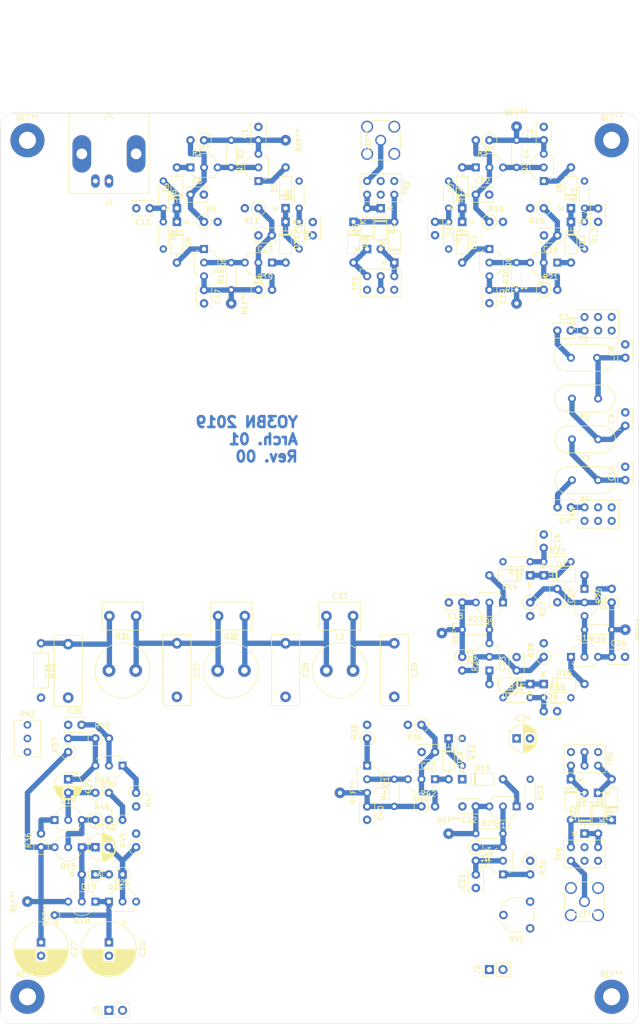
<source format=kicad_pcb>
(kicad_pcb (version 20171130) (host pcbnew 5.1.4+dfsg1-1)
  (layers (0 F.Cu signal) (31 B.Cu signal) (35 F.Paste user hide) (37 F.SilkS user hide) (39 F.Mask user hide) (44 Edge.Cuts user))
  (net 0 "")
  (net 1 +RX)
  (net 2 GND)
  (net 3 "Net-(C3-Pad1)")
  (net 4 "Net-(C3-Pad2)")
  (net 5 "Net-(C4-Pad1)")
  (net 6 "Net-(C4-Pad2)")
  (net 7 "Net-(C5-Pad2)")
  (net 8 "Net-(C5-Pad1)")
  (net 9 "Net-(C6-Pad1)")
  (net 10 "Net-(C7-Pad1)")
  (net 11 "Net-(C7-Pad2)")
  (net 12 "Net-(C8-Pad1)")
  (net 13 "Net-(C9-Pad1)")
  (net 14 "Net-(C10-Pad1)")
  (net 15 "Net-(C11-Pad2)")
  (net 16 "Net-(C11-Pad1)")
  (net 17 "Net-(C12-Pad1)")
  (net 18 "Net-(C13-Pad1)")
  (net 19 "Net-(C14-Pad1)")
  (net 20 "Net-(C14-Pad2)")
  (net 21 "Net-(C15-Pad1)")
  (net 22 "Net-(C16-Pad1)")
  (net 23 "Net-(C16-Pad2)")
  (net 24 +TX)
  (net 25 "Net-(C20-Pad1)")
  (net 26 "Net-(C21-Pad2)")
  (net 27 "Net-(C21-Pad1)")
  (net 28 "Net-(C23-Pad1)")
  (net 29 "Net-(C24-Pad1)")
  (net 30 "Net-(C24-Pad2)")
  (net 31 "Net-(C25-Pad1)")
  (net 32 "Net-(C28-Pad2)")
  (net 33 "Net-(C28-Pad1)")
  (net 34 "Net-(C29-Pad2)")
  (net 35 "Net-(C29-Pad1)")
  (net 36 "Net-(C30-Pad1)")
  (net 37 "Net-(C30-Pad2)")
  (net 38 "Net-(C31-Pad2)")
  (net 39 "Net-(C31-Pad1)")
  (net 40 "Net-(C32-Pad1)")
  (net 41 "Net-(C33-Pad2)")
  (net 42 "Net-(C34-Pad1)")
  (net 43 "Net-(C34-Pad2)")
  (net 44 "Net-(C35-Pad2)")
  (net 45 "Net-(C35-Pad1)")
  (net 46 "Net-(D1-Pad2)")
  (net 47 "Net-(D1-Pad1)")
  (net 48 "Net-(D2-Pad1)")
  (net 49 "Net-(D3-Pad2)")
  (net 50 "Net-(D4-Pad1)")
  (net 51 "Net-(D4-Pad2)")
  (net 52 "Net-(D10-Pad1)")
  (net 53 "Net-(D5-Pad2)")
  (net 54 "Net-(D7-Pad2)")
  (net 55 "Net-(D11-Pad1)")
  (net 56 "Net-(D12-Pad1)")
  (net 57 "Net-(D8-Pad2)")
  (net 58 "Net-(D9-Pad2)")
  (net 59 "Net-(D10-Pad2)")
  (net 60 "Net-(D11-Pad2)")
  (net 61 "Net-(D12-Pad2)")
  (net 62 "Net-(D13-Pad2)")
  (net 63 "Net-(D13-Pad1)")
  (net 64 "Net-(D14-Pad2)")
  (net 65 "Net-(D15-Pad2)")
  (net 66 "Net-(D15-Pad1)")
  (net 67 "Net-(D16-Pad1)")
  (net 68 "Net-(D16-Pad2)")
  (net 69 "Net-(D17-Pad2)")
  (net 70 "Net-(D18-Pad2)")
  (net 71 "Net-(D19-Pad1)")
  (net 72 "Net-(D20-Pad1)")
  (net 73 "Net-(D20-Pad2)")
  (net 74 "Net-(D22-Pad1)")
  (net 75 "Net-(D23-Pad2)")
  (net 76 "Net-(J2-Pad2)")
  (net 77 "Net-(Q1-Pad2)")
  (net 78 "Net-(Q3-Pad2)")
  (net 79 "Net-(Q5-Pad3)")
  (net 80 "Net-(Q7-Pad3)")
  (net 81 "Net-(Q13-Pad3)")
  (net 82 "Net-(Q10-Pad3)")
  (net 83 "Net-(Q11-Pad3)")
  (net 84 "Net-(Q11-Pad1)")
  (net 85 "Net-(Q15-Pad2)")
  (net 86 "Net-(Q16-Pad3)")
  (net 87 "Net-(Q17-Pad1)")
  (net 88 "Net-(Q19-Pad1)")
  (net 89 "Net-(Q20-Pad1)")
  (net 90 LO)
  (net 91 BFO)
  (module Connector_Coaxial:SMA_Amphenol_132134_Vertical (layer F.Cu) (at 119.38 63.5 90)
    (fp_text reference REF** (at 0 -2.33 90) (layer F.SilkS))
    (fp_text value SMA_Amphenol_132134_Vertical)
    (pad 2 thru_hole circle (at -2.54 2.54 90) (size 2.25 2.25) (drill 1.7) (layers *.Cu *.Mask) (net 2 GND))
    (pad 2 thru_hole circle (at -2.54 -2.54 90) (size 2.25 2.25) (drill 1.7) (layers *.Cu *.Mask) (net 2 GND))
    (pad 2 thru_hole circle (at 2.54 -2.54 90) (size 2.25 2.25) (drill 1.7) (layers *.Cu *.Mask) (net 2 GND))
    (pad 2 thru_hole circle (at 2.54 2.54 90) (size 2.25 2.25) (drill 1.7) (layers *.Cu *.Mask) (net 2 GND))
    (pad 1 thru_hole circle (at 0 0 90) (size 2.05 2.05) (drill 1.5) (layers *.Cu *.Mask) (net 90 LO))
  )
  (module Connector_Coaxial:SMA_Amphenol_132134_Vertical (layer F.Cu) (at 157.48 205.74 180)
    (fp_text reference REF** (at 0 -2.33) (layer F.SilkS))
    (fp_text value SMA_Amphenol_132134_Vertical)
    (pad 2 thru_hole circle (at -2.54 2.54 180) (size 2.25 2.25) (drill 1.7) (layers *.Cu *.Mask) (net 2 GND))
    (pad 2 thru_hole circle (at -2.54 -2.54 180) (size 2.25 2.25) (drill 1.7) (layers *.Cu *.Mask) (net 2 GND))
    (pad 2 thru_hole circle (at 2.54 -2.54 180) (size 2.25 2.25) (drill 1.7) (layers *.Cu *.Mask) (net 2 GND))
    (pad 2 thru_hole circle (at 2.54 2.54 180) (size 2.25 2.25) (drill 1.7) (layers *.Cu *.Mask) (net 2 GND))
    (pad 1 thru_hole circle (at 0 0 180) (size 2.05 2.05) (drill 1.5) (layers *.Cu *.Mask) (net 91 BFO))
  )
  (module Connector_Coaxial:BNC_Amphenol_B6252HB-NPP3G-50_Horizontal (layer F.Cu) (at 68.58 71.12)
    (fp_text reference J1 (at 0 4) (layer F.SilkS))
    (fp_text value BNC)
    (pad 2 thru_hole oval (at -2.54 0) (size 1.6 2.5) (drill 0.89) (layers *.Cu *.Mask) (net 2 GND))
    (pad 1 thru_hole oval (at 0 0) (size 1.6 2.5) (drill 0.89) (layers *.Cu *.Mask) (net 15 "Net-(C11-Pad2)"))
    (pad 2 thru_hole oval (at 5.08 -5.08) (size 3.5 7) (drill 2.01) (layers *.Cu *.Mask) (net 2 GND))
    (pad 2 thru_hole oval (at -5.08 -5.08) (size 3.5 7) (drill 2.01) (layers *.Cu *.Mask) (net 2 GND))
  )
  (module Connector_Wire:SolderWirePad_1x01_Drill0.8mm (layer F.Cu) (at 144.78 93.98)
    (fp_text reference REF** (at 0 -2.54) (layer F.SilkS))
    (fp_text value SolderWirePad_1x01_Drill0.8mm)
    (pad 1 thru_hole circle (at 0 0) (size 1.99898 1.99898) (drill 0.8001) (layers *.Cu *.Mask) (net 24 +TX))
  )
  (module Connector_Wire:SolderWirePad_1x01_Drill0.8mm (layer F.Cu) (at 144.78 60.96)
    (fp_text reference REF** (at 0 -2.54) (layer F.SilkS))
    (fp_text value SolderWirePad_1x01_Drill0.8mm)
    (pad 1 thru_hole circle (at 0 0) (size 1.99898 1.99898) (drill 0.8001) (layers *.Cu *.Mask) (net 1 +RX))
  )
  (module Connector_Wire:SolderWirePad_1x01_Drill0.8mm (layer F.Cu) (at 101.6 63.5 270)
    (fp_text reference REF** (at 0 -2.54 90) (layer F.SilkS))
    (fp_text value SolderWirePad_1x01_Drill0.8mm)
    (pad 1 thru_hole circle (at 0 0 270) (size 1.99898 1.99898) (drill 0.8001) (layers *.Cu *.Mask) (net 1 +RX))
  )
  (module Connector_Wire:SolderWirePad_1x01_Drill0.8mm (layer F.Cu) (at 91.44 93.98 270)
    (fp_text reference REF** (at 0 -2.54 90) (layer F.SilkS))
    (fp_text value SolderWirePad_1x01_Drill0.8mm)
    (pad 1 thru_hole circle (at 0 0 270) (size 1.99898 1.99898) (drill 0.8001) (layers *.Cu *.Mask) (net 24 +TX))
  )
  (module Connector_Wire:SolderWirePad_1x01_Drill0.8mm (layer F.Cu) (at 53.34 205.74 90)
    (fp_text reference REF** (at 0 -2.54 90) (layer F.SilkS))
    (fp_text value SolderWirePad_1x01_Drill0.8mm)
    (pad 1 thru_hole circle (at 0 0 90) (size 1.99898 1.99898) (drill 0.8001) (layers *.Cu *.Mask) (net 1 +RX))
  )
  (module Connector_Wire:SolderWirePad_1x01_Drill0.8mm (layer F.Cu) (at 111.76 185.42 270)
    (fp_text reference REF** (at 0 -2.54 90) (layer F.SilkS))
    (fp_text value SolderWirePad_1x01_Drill0.8mm)
    (pad 1 thru_hole circle (at 0 0 270) (size 1.99898 1.99898) (drill 0.8001) (layers *.Cu *.Mask) (net 1 +RX))
  )
  (module Connector_Wire:SolderWirePad_1x01_Drill0.8mm (layer F.Cu) (at 132.08 193.04)
    (fp_text reference REF** (at 0 -2.54) (layer F.SilkS))
    (fp_text value SolderWirePad_1x01_Drill0.8mm)
    (pad 1 thru_hole circle (at 0 0) (size 1.99898 1.99898) (drill 0.8001) (layers *.Cu *.Mask) (net 24 +TX))
  )
  (module Connector_Wire:SolderWirePad_1x01_Drill0.8mm (layer F.Cu) (at 130.81 155.575 270)
    (fp_text reference REF** (at 0 -2.54 90) (layer F.SilkS))
    (fp_text value SolderWirePad_1x01_Drill0.8mm)
    (pad 1 thru_hole circle (at 0 0 270) (size 1.99898 1.99898) (drill 0.8001) (layers *.Cu *.Mask) (net 24 +TX))
  )
  (module Connector_Wire:SolderWirePad_1x01_Drill0.8mm (layer F.Cu) (at 165.1 154.94 270)
    (fp_text reference REF** (at 0 -2.54 90) (layer F.SilkS))
    (fp_text value SolderWirePad_1x01_Drill0.8mm)
    (pad 1 thru_hole circle (at 0 0 270) (size 1.99898 1.99898) (drill 0.8001) (layers *.Cu *.Mask) (net 1 +RX))
  )
  (module MountingHole:MountingHole_3.2mm_M3_Pad (layer F.Cu) (at 162.56 63.5)
    (fp_text reference REF** (at 0 -4.2) (layer F.SilkS))
    (fp_text value MountingHole_3.2mm_M3_Pad)
    (pad 1 thru_hole circle (at 0 0) (size 6.4 6.4) (drill 3.2) (layers *.Cu *.Mask) (net 2 GND))
  )
  (module MountingHole:MountingHole_3.2mm_M3_Pad (layer F.Cu) (at 53.34 63.5)
    (fp_text reference REF** (at 0 -4.2) (layer F.SilkS))
    (fp_text value MountingHole_3.2mm_M3_Pad)
    (pad 1 thru_hole circle (at 0 0) (size 6.4 6.4) (drill 3.2) (layers *.Cu *.Mask) (net 2 GND))
  )
  (module MountingHole:MountingHole_3.2mm_M3_Pad (layer F.Cu) (at 162.56 223.52)
    (fp_text reference REF** (at 0 -4.2) (layer F.SilkS))
    (fp_text value MountingHole_3.2mm_M3_Pad)
    (pad 1 thru_hole circle (at 0 0) (size 6.4 6.4) (drill 3.2) (layers *.Cu *.Mask) (net 2 GND))
  )
  (module MountingHole:MountingHole_3.2mm_M3_Pad (layer F.Cu) (at 53.34 223.52)
    (fp_text reference REF** (at 0 -4.2) (layer F.SilkS))
    (fp_text value MountingHole_3.2mm_M3_Pad)
    (pad 1 thru_hole circle (at 0 0) (size 6.4 6.4) (drill 3.2) (layers *.Cu *.Mask) (net 2 GND))
  )
  (module Resistor_THT:R_Axial_DIN0207_L6.3mm_D2.5mm_P10.16mm_Horizontal (layer F.Cu) (at 55.88 157.48 270)
    (fp_text reference R44 (at 5.08 -2.37 90) (layer F.SilkS))
    (fp_text value 0)
    (pad 1 thru_hole circle (at 0 0 270) (size 1.6 1.6) (drill 0.8) (layers *.Cu *.Mask) (net 38 "Net-(C31-Pad2)"))
    (pad 2 thru_hole oval (at 10.16 0 270) (size 1.6 1.6) (drill 0.8) (layers *.Cu *.Mask) (net 2 GND))
  )
  (module Capacitor_THT:C_Rect_L13.0mm_W5.0mm_P10.00mm_FKS3_FKP3_MKS4 (layer F.Cu) (at 60.96 167.64 90)
    (fp_text reference C36 (at 5 -3.75 90) (layer F.SilkS))
    (fp_text value 0)
    (pad 1 thru_hole circle (at 0 0 90) (size 2 2) (drill 1) (layers *.Cu *.Mask) (net 2 GND))
    (pad 2 thru_hole circle (at 10 0 90) (size 2 2) (drill 1) (layers *.Cu *.Mask) (net 38 "Net-(C31-Pad2)"))
  )
  (module TestPoint:TestPoint_THTPad_D1.5mm_Drill0.7mm (layer F.Cu) (at 58.42 208.28 90)
    (fp_text reference REF** (at 0 -1.648 90) (layer F.SilkS))
    (fp_text value TestPoint_THTPad_D1.5mm_Drill0.7mm)
    (pad 1 thru_hole circle (at 0 0 90) (size 1.5 1.5) (drill 0.7) (layers *.Cu *.Mask) (net 36 "Net-(C30-Pad1)"))
  )
  (module TestPoint:TestPoint_THTPad_D1.5mm_Drill0.7mm (layer F.Cu) (at 71.12 190.5 90)
    (fp_text reference REF** (at 0 -1.648 90) (layer F.SilkS))
    (fp_text value TestPoint_THTPad_D1.5mm_Drill0.7mm)
    (pad 1 thru_hole circle (at 0 0 90) (size 1.5 1.5) (drill 0.7) (layers *.Cu *.Mask) (net 36 "Net-(C30-Pad1)"))
  )
  (module Capacitor_THT:C_Disc_D3.8mm_W2.6mm_P2.50mm (layer F.Cu) (at 96.52 63.5 90)
    (fp_text reference C1 (at 1.25 -2.55 90) (layer F.SilkS))
    (fp_text value 100n)
    (pad 1 thru_hole circle (at 0 0 90) (size 1.6 1.6) (drill 0.8) (layers *.Cu *.Mask) (net 1 +RX))
    (pad 2 thru_hole circle (at 2.5 0 90) (size 1.6 1.6) (drill 0.8) (layers *.Cu *.Mask) (net 2 GND))
  )
  (module Capacitor_THT:C_Disc_D3.8mm_W2.6mm_P2.50mm (layer F.Cu) (at 149.86 63.5 90)
    (fp_text reference C2 (at 1.25 -2.55 90) (layer F.SilkS))
    (fp_text value 100n)
    (pad 2 thru_hole circle (at 2.5 0 90) (size 1.6 1.6) (drill 0.8) (layers *.Cu *.Mask) (net 2 GND))
    (pad 1 thru_hole circle (at 0 0 90) (size 1.6 1.6) (drill 0.8) (layers *.Cu *.Mask) (net 1 +RX))
  )
  (module Capacitor_THT:C_Disc_D3.8mm_W2.6mm_P2.50mm (layer F.Cu) (at 152.4 99.06)
    (fp_text reference C3 (at 1.25 -2.55) (layer F.SilkS))
    (fp_text value 0)
    (pad 1 thru_hole circle (at 0 0) (size 1.6 1.6) (drill 0.8) (layers *.Cu *.Mask) (net 3 "Net-(C3-Pad1)"))
    (pad 2 thru_hole circle (at 2.5 0) (size 1.6 1.6) (drill 0.8) (layers *.Cu *.Mask) (net 4 "Net-(C3-Pad2)"))
  )
  (module Capacitor_THT:C_Disc_D3.8mm_W2.6mm_P2.50mm (layer F.Cu) (at 154.94 132.08 180)
    (fp_text reference C4 (at 1.25 -2.55) (layer F.SilkS))
    (fp_text value 0)
    (pad 1 thru_hole circle (at 0 0 180) (size 1.6 1.6) (drill 0.8) (layers *.Cu *.Mask) (net 5 "Net-(C4-Pad1)"))
    (pad 2 thru_hole circle (at 2.5 0 180) (size 1.6 1.6) (drill 0.8) (layers *.Cu *.Mask) (net 6 "Net-(C4-Pad2)"))
  )
  (module Capacitor_THT:C_Disc_D3.8mm_W2.6mm_P2.50mm (layer F.Cu) (at 106.68 81.28 90)
    (fp_text reference C5 (at 1.25 -2.55 90) (layer F.SilkS))
    (fp_text value 1u)
    (pad 2 thru_hole circle (at 2.5 0 90) (size 1.6 1.6) (drill 0.8) (layers *.Cu *.Mask) (net 7 "Net-(C5-Pad2)"))
    (pad 1 thru_hole circle (at 0 0 90) (size 1.6 1.6) (drill 0.8) (layers *.Cu *.Mask) (net 8 "Net-(C5-Pad1)"))
  )
  (module Capacitor_THT:C_Disc_D3.8mm_W2.6mm_P2.50mm (layer F.Cu) (at 83.82 73.66)
    (fp_text reference C6 (at 1.25 -2.55) (layer F.SilkS))
    (fp_text value 100n)
    (pad 2 thru_hole circle (at 2.5 0) (size 1.6 1.6) (drill 0.8) (layers *.Cu *.Mask) (net 2 GND))
    (pad 1 thru_hole circle (at 0 0) (size 1.6 1.6) (drill 0.8) (layers *.Cu *.Mask) (net 9 "Net-(C6-Pad1)"))
  )
  (module Capacitor_THT:C_Disc_D3.8mm_W2.6mm_P2.50mm (layer F.Cu) (at 160.02 78.74 90)
    (fp_text reference C7 (at 1.25 -2.55 90) (layer F.SilkS))
    (fp_text value 100n)
    (pad 1 thru_hole circle (at 0 0 90) (size 1.6 1.6) (drill 0.8) (layers *.Cu *.Mask) (net 10 "Net-(C7-Pad1)"))
    (pad 2 thru_hole circle (at 2.5 0 90) (size 1.6 1.6) (drill 0.8) (layers *.Cu *.Mask) (net 11 "Net-(C7-Pad2)"))
  )
  (module Capacitor_THT:C_Disc_D3.8mm_W2.6mm_P2.50mm (layer F.Cu) (at 165.1 104.14 90)
    (fp_text reference C8 (at 1.25 -2.55 90) (layer F.SilkS))
    (fp_text value 0)
    (pad 1 thru_hole circle (at 0 0 90) (size 1.6 1.6) (drill 0.8) (layers *.Cu *.Mask) (net 12 "Net-(C8-Pad1)"))
    (pad 2 thru_hole circle (at 2.5 0 90) (size 1.6 1.6) (drill 0.8) (layers *.Cu *.Mask) (net 2 GND))
  )
  (module Capacitor_THT:C_Disc_D3.8mm_W2.6mm_P2.50mm (layer F.Cu) (at 165.1 116.84 90)
    (fp_text reference C9 (at 1.25 -2.55 90) (layer F.SilkS))
    (fp_text value 0)
    (pad 1 thru_hole circle (at 0 0 90) (size 1.6 1.6) (drill 0.8) (layers *.Cu *.Mask) (net 13 "Net-(C9-Pad1)"))
    (pad 2 thru_hole circle (at 2.5 0 90) (size 1.6 1.6) (drill 0.8) (layers *.Cu *.Mask) (net 2 GND))
  )
  (module Capacitor_THT:C_Disc_D3.8mm_W2.6mm_P2.50mm (layer F.Cu) (at 165.1 127 90)
    (fp_text reference C10 (at 1.25 -2.55 90) (layer F.SilkS))
    (fp_text value 0)
    (pad 2 thru_hole circle (at 2.5 0 90) (size 1.6 1.6) (drill 0.8) (layers *.Cu *.Mask) (net 2 GND))
    (pad 1 thru_hole circle (at 0 0 90) (size 1.6 1.6) (drill 0.8) (layers *.Cu *.Mask) (net 14 "Net-(C10-Pad1)"))
  )
  (module Capacitor_THT:C_Disc_D3.8mm_W2.6mm_P2.50mm (layer F.Cu) (at 76.2 76.2 180)
    (fp_text reference C11 (at 1.25 -2.55) (layer F.SilkS))
    (fp_text value 1u)
    (pad 1 thru_hole circle (at 0 0 180) (size 1.6 1.6) (drill 0.8) (layers *.Cu *.Mask) (net 16 "Net-(C11-Pad1)"))
    (pad 2 thru_hole circle (at 2.5 0 180) (size 1.6 1.6) (drill 0.8) (layers *.Cu *.Mask) (net 15 "Net-(C11-Pad2)"))
  )
  (module Capacitor_THT:C_Disc_D3.8mm_W2.6mm_P2.50mm (layer F.Cu) (at 137.16 73.66)
    (fp_text reference C12 (at 1.25 -2.55) (layer F.SilkS))
    (fp_text value 100n)
    (pad 1 thru_hole circle (at 0 0) (size 1.6 1.6) (drill 0.8) (layers *.Cu *.Mask) (net 17 "Net-(C12-Pad1)"))
    (pad 2 thru_hole circle (at 2.5 0) (size 1.6 1.6) (drill 0.8) (layers *.Cu *.Mask) (net 2 GND))
  )
  (module Capacitor_THT:C_Disc_D3.8mm_W2.6mm_P2.50mm (layer F.Cu) (at 99.02 81.28 180)
    (fp_text reference C13 (at 1.25 -2.55) (layer F.SilkS))
    (fp_text value 100n)
    (pad 1 thru_hole circle (at 0 0 180) (size 1.6 1.6) (drill 0.8) (layers *.Cu *.Mask) (net 18 "Net-(C13-Pad1)"))
    (pad 2 thru_hole circle (at 2.5 0 180) (size 1.6 1.6) (drill 0.8) (layers *.Cu *.Mask) (net 2 GND))
  )
  (module Capacitor_THT:C_Disc_D3.8mm_W2.6mm_P2.50mm (layer F.Cu) (at 129.54 78.74 270)
    (fp_text reference C14 (at 1.25 -2.55 90) (layer F.SilkS))
    (fp_text value 100n)
    (pad 1 thru_hole circle (at 0 0 270) (size 1.6 1.6) (drill 0.8) (layers *.Cu *.Mask) (net 19 "Net-(C14-Pad1)"))
    (pad 2 thru_hole circle (at 2.5 0 270) (size 1.6 1.6) (drill 0.8) (layers *.Cu *.Mask) (net 20 "Net-(C14-Pad2)"))
  )
  (module Capacitor_THT:C_Disc_D3.8mm_W2.6mm_P2.50mm (layer F.Cu) (at 152.4 81.28 180)
    (fp_text reference C15 (at 1.25 -2.55) (layer F.SilkS))
    (fp_text value 100n)
    (pad 2 thru_hole circle (at 2.5 0 180) (size 1.6 1.6) (drill 0.8) (layers *.Cu *.Mask) (net 2 GND))
    (pad 1 thru_hole circle (at 0 0 180) (size 1.6 1.6) (drill 0.8) (layers *.Cu *.Mask) (net 21 "Net-(C15-Pad1)"))
  )
  (module Capacitor_THT:C_Disc_D3.8mm_W2.6mm_P2.50mm (layer F.Cu) (at 149.86 137.16 270)
    (fp_text reference C16 (at 1.25 -2.55 90) (layer F.SilkS))
    (fp_text value 100n)
    (pad 1 thru_hole circle (at 0 0 270) (size 1.6 1.6) (drill 0.8) (layers *.Cu *.Mask) (net 22 "Net-(C16-Pad1)"))
    (pad 2 thru_hole circle (at 2.5 0 270) (size 1.6 1.6) (drill 0.8) (layers *.Cu *.Mask) (net 23 "Net-(C16-Pad2)"))
  )
  (module Capacitor_THT:C_Disc_D3.8mm_W2.6mm_P2.50mm (layer F.Cu) (at 86.36 91.48 270)
    (fp_text reference C17 (at 1.25 -2.55 90) (layer F.SilkS))
    (fp_text value 100n)
    (pad 2 thru_hole circle (at 2.5 0 270) (size 1.6 1.6) (drill 0.8) (layers *.Cu *.Mask) (net 2 GND))
    (pad 1 thru_hole circle (at 0 0 270) (size 1.6 1.6) (drill 0.8) (layers *.Cu *.Mask) (net 24 +TX))
  )
  (module Capacitor_THT:C_Disc_D3.8mm_W2.6mm_P2.50mm (layer F.Cu) (at 134.62 149.86 180)
    (fp_text reference C18 (at 1.25 -2.55) (layer F.SilkS))
    (fp_text value 100n)
    (pad 1 thru_hole circle (at 0 0 180) (size 1.6 1.6) (drill 0.8) (layers *.Cu *.Mask) (net 24 +TX))
    (pad 2 thru_hole circle (at 2.5 0 180) (size 1.6 1.6) (drill 0.8) (layers *.Cu *.Mask) (net 2 GND))
  )
  (module Capacitor_THT:C_Disc_D3.8mm_W2.6mm_P2.50mm (layer F.Cu) (at 139.7 91.44 270)
    (fp_text reference C19 (at 1.25 -2.55 90) (layer F.SilkS))
    (fp_text value 100n)
    (pad 1 thru_hole circle (at 0 0 270) (size 1.6 1.6) (drill 0.8) (layers *.Cu *.Mask) (net 24 +TX))
    (pad 2 thru_hole circle (at 2.5 0 270) (size 1.6 1.6) (drill 0.8) (layers *.Cu *.Mask) (net 2 GND))
  )
  (module Capacitor_THT:C_Disc_D3.8mm_W2.6mm_P2.50mm (layer F.Cu) (at 152.4 147.32 270)
    (fp_text reference C20 (at 1.25 -2.55 90) (layer F.SilkS))
    (fp_text value 100n)
    (pad 2 thru_hole circle (at 2.5 0 270) (size 1.6 1.6) (drill 0.8) (layers *.Cu *.Mask) (net 2 GND))
    (pad 1 thru_hole circle (at 0 0 270) (size 1.6 1.6) (drill 0.8) (layers *.Cu *.Mask) (net 25 "Net-(C20-Pad1)"))
  )
  (module Capacitor_THT:C_Disc_D3.8mm_W2.6mm_P2.50mm (layer F.Cu) (at 137.16 203.2 90)
    (fp_text reference C21 (at 1.25 -2.55 90) (layer F.SilkS))
    (fp_text value 100n)
    (pad 2 thru_hole circle (at 2.5 0 90) (size 1.6 1.6) (drill 0.8) (layers *.Cu *.Mask) (net 26 "Net-(C21-Pad2)"))
    (pad 1 thru_hole circle (at 0 0 90) (size 1.6 1.6) (drill 0.8) (layers *.Cu *.Mask) (net 27 "Net-(C21-Pad1)"))
  )
  (module Capacitor_THT:C_Disc_D3.8mm_W2.6mm_P2.50mm (layer F.Cu) (at 137.16 187.96 180)
    (fp_text reference C22 (at 1.25 -2.55) (layer F.SilkS))
    (fp_text value 100n)
    (pad 2 thru_hole circle (at 2.5 0 180) (size 1.6 1.6) (drill 0.8) (layers *.Cu *.Mask) (net 2 GND))
    (pad 1 thru_hole circle (at 0 0 180) (size 1.6 1.6) (drill 0.8) (layers *.Cu *.Mask) (net 24 +TX))
  )
  (module Capacitor_THT:C_Disc_D3.8mm_W2.6mm_P2.50mm (layer F.Cu) (at 144.78 162.56 90)
    (fp_text reference C23 (at 1.25 -2.55 90) (layer F.SilkS))
    (fp_text value 100n)
    (pad 2 thru_hole circle (at 2.5 0 90) (size 1.6 1.6) (drill 0.8) (layers *.Cu *.Mask) (net 2 GND))
    (pad 1 thru_hole circle (at 0 0 90) (size 1.6 1.6) (drill 0.8) (layers *.Cu *.Mask) (net 28 "Net-(C23-Pad1)"))
  )
  (module Capacitor_THT:CP_Radial_D5.0mm_P2.50mm (layer F.Cu) (at 144.78 175.26)
    (fp_text reference C24 (at 1.25 -3.75) (layer F.SilkS))
    (fp_text value 10u)
    (pad 1 thru_hole rect (at 0 0) (size 1.6 1.6) (drill 0.8) (layers *.Cu *.Mask) (net 29 "Net-(C24-Pad1)"))
    (pad 2 thru_hole circle (at 2.5 0) (size 1.6 1.6) (drill 0.8) (layers *.Cu *.Mask) (net 30 "Net-(C24-Pad2)"))
  )
  (module Capacitor_THT:C_Disc_D3.8mm_W2.6mm_P2.50mm (layer F.Cu) (at 129.54 177.8 180)
    (fp_text reference C25 (at 1.25 -2.55) (layer F.SilkS))
    (fp_text value 100n)
    (pad 2 thru_hole circle (at 2.5 0 180) (size 1.6 1.6) (drill 0.8) (layers *.Cu *.Mask) (net 2 GND))
    (pad 1 thru_hole circle (at 0 0 180) (size 1.6 1.6) (drill 0.8) (layers *.Cu *.Mask) (net 31 "Net-(C25-Pad1)"))
  )
  (module Capacitor_THT:C_Disc_D3.8mm_W2.6mm_P2.50mm (layer F.Cu) (at 162.56 160.02)
    (fp_text reference C26 (at 1.25 -2.55) (layer F.SilkS))
    (fp_text value 100n)
    (pad 1 thru_hole circle (at 0 0) (size 1.6 1.6) (drill 0.8) (layers *.Cu *.Mask) (net 1 +RX))
    (pad 2 thru_hole circle (at 2.5 0) (size 1.6 1.6) (drill 0.8) (layers *.Cu *.Mask) (net 2 GND))
  )
  (module Capacitor_THT:CP_Radial_D10.0mm_P2.50mm (layer F.Cu) (at 55.88 213.36 270)
    (fp_text reference C27 (at 1.25 -6.25 90) (layer F.SilkS))
    (fp_text value 220u)
    (pad 2 thru_hole circle (at 2.5 0 270) (size 1.6 1.6) (drill 0.8) (layers *.Cu *.Mask) (net 2 GND))
    (pad 1 thru_hole rect (at 0 0 270) (size 1.6 1.6) (drill 0.8) (layers *.Cu *.Mask) (net 1 +RX))
  )
  (module Capacitor_THT:C_Disc_D3.8mm_W2.6mm_P2.50mm (layer F.Cu) (at 149.86 170.18)
    (fp_text reference C28 (at 1.25 -2.55) (layer F.SilkS))
    (fp_text value 100n)
    (pad 2 thru_hole circle (at 2.5 0) (size 1.6 1.6) (drill 0.8) (layers *.Cu *.Mask) (net 32 "Net-(C28-Pad2)"))
    (pad 1 thru_hole circle (at 0 0) (size 1.6 1.6) (drill 0.8) (layers *.Cu *.Mask) (net 33 "Net-(C28-Pad1)"))
  )
  (module Capacitor_THT:CP_Radial_D5.0mm_P2.50mm (layer F.Cu) (at 60.96 182.88 270)
    (fp_text reference C29 (at 1.25 -3.75 90) (layer F.SilkS))
    (fp_text value 10u)
    (pad 2 thru_hole circle (at 2.5 0 270) (size 1.6 1.6) (drill 0.8) (layers *.Cu *.Mask) (net 34 "Net-(C29-Pad2)"))
    (pad 1 thru_hole rect (at 0 0 270) (size 1.6 1.6) (drill 0.8) (layers *.Cu *.Mask) (net 35 "Net-(C29-Pad1)"))
  )
  (module Capacitor_THT:CP_Radial_D10.0mm_P2.50mm (layer F.Cu) (at 68.58 213.36 270)
    (fp_text reference C30 (at 1.25 -6.25 90) (layer F.SilkS))
    (fp_text value 220u)
    (pad 1 thru_hole rect (at 0 0 270) (size 1.6 1.6) (drill 0.8) (layers *.Cu *.Mask) (net 36 "Net-(C30-Pad1)"))
    (pad 2 thru_hole circle (at 2.5 0 270) (size 1.6 1.6) (drill 0.8) (layers *.Cu *.Mask) (net 37 "Net-(C30-Pad2)"))
  )
  (module Capacitor_THT:C_Disc_D7.5mm_W5.0mm_P5.00mm (layer F.Cu) (at 73.66 152.4 180)
    (fp_text reference C31 (at 2.5 -3.75) (layer F.SilkS))
    (fp_text value 0)
    (pad 2 thru_hole circle (at 5 0 180) (size 2 2) (drill 1) (layers *.Cu *.Mask) (net 38 "Net-(C31-Pad2)"))
    (pad 1 thru_hole circle (at 0 0 180) (size 2 2) (drill 1) (layers *.Cu *.Mask) (net 39 "Net-(C31-Pad1)"))
  )
  (module Capacitor_THT:C_Disc_D7.5mm_W5.0mm_P5.00mm (layer F.Cu) (at 93.98 152.4 180)
    (fp_text reference C32 (at 2.5 -3.75) (layer F.SilkS))
    (fp_text value 0)
    (pad 1 thru_hole circle (at 0 0 180) (size 2 2) (drill 1) (layers *.Cu *.Mask) (net 40 "Net-(C32-Pad1)"))
    (pad 2 thru_hole circle (at 5 0 180) (size 2 2) (drill 1) (layers *.Cu *.Mask) (net 39 "Net-(C31-Pad1)"))
  )
  (module Capacitor_THT:C_Disc_D7.5mm_W5.0mm_P5.00mm (layer F.Cu) (at 109.22 152.4)
    (fp_text reference C33 (at 2.5 -3.75) (layer F.SilkS))
    (fp_text value 0)
    (pad 1 thru_hole circle (at 0 0) (size 2 2) (drill 1) (layers *.Cu *.Mask) (net 40 "Net-(C32-Pad1)"))
    (pad 2 thru_hole circle (at 5 0) (size 2 2) (drill 1) (layers *.Cu *.Mask) (net 41 "Net-(C33-Pad2)"))
  )
  (module Capacitor_THT:CP_Radial_D5.0mm_P2.50mm (layer F.Cu) (at 66.04 195.58)
    (fp_text reference C34 (at 1.25 -3.75) (layer F.SilkS))
    (fp_text value 1u)
    (pad 1 thru_hole rect (at 0 0) (size 1.6 1.6) (drill 0.8) (layers *.Cu *.Mask) (net 42 "Net-(C34-Pad1)"))
    (pad 2 thru_hole circle (at 2.5 0) (size 1.6 1.6) (drill 0.8) (layers *.Cu *.Mask) (net 43 "Net-(C34-Pad2)"))
  )
  (module Capacitor_THT:C_Disc_D3.8mm_W2.6mm_P2.50mm (layer F.Cu) (at 60.96 172.72)
    (fp_text reference C35 (at 1.25 -2.55) (layer F.SilkS))
    (fp_text value 100n)
    (pad 2 thru_hole circle (at 2.5 0) (size 1.6 1.6) (drill 0.8) (layers *.Cu *.Mask) (net 44 "Net-(C35-Pad2)"))
    (pad 1 thru_hole circle (at 0 0) (size 1.6 1.6) (drill 0.8) (layers *.Cu *.Mask) (net 45 "Net-(C35-Pad1)"))
  )
  (module Capacitor_THT:C_Rect_L13.0mm_W5.0mm_P10.00mm_FKS3_FKP3_MKS4 (layer F.Cu) (at 81.28 157.48 270)
    (fp_text reference C37 (at 5 -3.75 90) (layer F.SilkS))
    (fp_text value 0)
    (pad 2 thru_hole circle (at 10 0 270) (size 2 2) (drill 1) (layers *.Cu *.Mask) (net 2 GND))
    (pad 1 thru_hole circle (at 0 0 270) (size 2 2) (drill 1) (layers *.Cu *.Mask) (net 39 "Net-(C31-Pad1)"))
  )
  (module Capacitor_THT:C_Rect_L13.0mm_W5.0mm_P10.00mm_FKS3_FKP3_MKS4 (layer F.Cu) (at 101.6 157.48 270)
    (fp_text reference C38 (at 5 -3.75 90) (layer F.SilkS))
    (fp_text value 0)
    (pad 1 thru_hole circle (at 0 0 270) (size 2 2) (drill 1) (layers *.Cu *.Mask) (net 40 "Net-(C32-Pad1)"))
    (pad 2 thru_hole circle (at 10 0 270) (size 2 2) (drill 1) (layers *.Cu *.Mask) (net 2 GND))
  )
  (module Capacitor_THT:C_Rect_L13.0mm_W5.0mm_P10.00mm_FKS3_FKP3_MKS4 (layer F.Cu) (at 121.92 157.48 270)
    (fp_text reference C39 (at 5 -3.75 90) (layer F.SilkS))
    (fp_text value 0)
    (pad 2 thru_hole circle (at 10 0 270) (size 2 2) (drill 1) (layers *.Cu *.Mask) (net 2 GND))
    (pad 1 thru_hole circle (at 0 0 270) (size 2 2) (drill 1) (layers *.Cu *.Mask) (net 41 "Net-(C33-Pad2)"))
  )
  (module Capacitor_THT:C_Disc_D3.8mm_W2.6mm_P2.50mm (layer F.Cu) (at 116.84 187.96 270)
    (fp_text reference C40 (at 1.25 -2.55 90) (layer F.SilkS))
    (fp_text value 100n)
    (pad 1 thru_hole circle (at 0 0 270) (size 1.6 1.6) (drill 0.8) (layers *.Cu *.Mask) (net 1 +RX))
    (pad 2 thru_hole circle (at 2.5 0 270) (size 1.6 1.6) (drill 0.8) (layers *.Cu *.Mask) (net 2 GND))
  )
  (module Diode_THT:D_DO-35_SOD27_P7.62mm_Horizontal (layer F.Cu) (at 121.92 86.36 90)
    (fp_text reference D1 (at 3.81 -2.12 90) (layer F.SilkS))
    (fp_text value BAT41)
    (fp_text user K (at 0 -1.8 90) (layer F.SilkS))
    (pad 2 thru_hole oval (at 7.62 0 90) (size 1.6 1.6) (drill 0.8) (layers *.Cu *.Mask) (net 46 "Net-(D1-Pad2)"))
    (pad 1 thru_hole rect (at 0 0 90) (size 1.6 1.6) (drill 0.8) (layers *.Cu *.Mask) (net 47 "Net-(D1-Pad1)"))
  )
  (module Diode_THT:D_DO-35_SOD27_P7.62mm_Horizontal (layer F.Cu) (at 119.38 76.2 270)
    (fp_text reference D2 (at 3.81 -2.12 90) (layer F.SilkS))
    (fp_text value BAT41)
    (fp_text user K (at 0 -1.8 90) (layer F.SilkS))
    (pad 1 thru_hole rect (at 0 0 270) (size 1.6 1.6) (drill 0.8) (layers *.Cu *.Mask) (net 48 "Net-(D2-Pad1)"))
    (pad 2 thru_hole oval (at 7.62 0 270) (size 1.6 1.6) (drill 0.8) (layers *.Cu *.Mask) (net 47 "Net-(D1-Pad1)"))
  )
  (module Diode_THT:D_DO-35_SOD27_P7.62mm_Horizontal (layer F.Cu) (at 114.3 78.74 270)
    (fp_text reference D3 (at 3.81 -2.12 90) (layer F.SilkS))
    (fp_text value BAT41)
    (fp_text user K (at 0 -1.8 90) (layer F.SilkS))
    (pad 2 thru_hole oval (at 7.62 0 270) (size 1.6 1.6) (drill 0.8) (layers *.Cu *.Mask) (net 49 "Net-(D3-Pad2)"))
    (pad 1 thru_hole rect (at 0 0 270) (size 1.6 1.6) (drill 0.8) (layers *.Cu *.Mask) (net 46 "Net-(D1-Pad2)"))
  )
  (module Diode_THT:D_DO-35_SOD27_P7.62mm_Horizontal (layer F.Cu) (at 81.28 76.2 90)
    (fp_text reference D4 (at 3.81 -2.12 90) (layer F.SilkS))
    (fp_text value 1N4148)
    (fp_text user K (at 0 -1.8 90) (layer F.SilkS))
    (pad 1 thru_hole rect (at 0 0 90) (size 1.6 1.6) (drill 0.8) (layers *.Cu *.Mask) (net 50 "Net-(D4-Pad1)"))
    (pad 2 thru_hole oval (at 7.62 0 90) (size 1.6 1.6) (drill 0.8) (layers *.Cu *.Mask) (net 51 "Net-(D4-Pad2)"))
  )
  (module Diode_THT:D_DO-35_SOD27_P7.62mm_Horizontal (layer F.Cu) (at 101.6 76.2 90)
    (fp_text reference D5 (at 3.81 -2.12 90) (layer F.SilkS))
    (fp_text value 1N4148)
    (fp_text user K (at 0 -1.8 90) (layer F.SilkS))
    (pad 1 thru_hole rect (at 0 0 90) (size 1.6 1.6) (drill 0.8) (layers *.Cu *.Mask) (net 52 "Net-(D10-Pad1)"))
    (pad 2 thru_hole oval (at 7.62 0 90) (size 1.6 1.6) (drill 0.8) (layers *.Cu *.Mask) (net 53 "Net-(D5-Pad2)"))
  )
  (module Diode_THT:D_DO-35_SOD27_P7.62mm_Horizontal (layer F.Cu) (at 116.84 83.82 90)
    (fp_text reference D6 (at 3.81 -2.12 90) (layer F.SilkS))
    (fp_text value BAT41)
    (fp_text user K (at 0 -1.8 90) (layer F.SilkS))
    (pad 1 thru_hole rect (at 0 0 90) (size 1.6 1.6) (drill 0.8) (layers *.Cu *.Mask) (net 49 "Net-(D3-Pad2)"))
    (pad 2 thru_hole oval (at 7.62 0 90) (size 1.6 1.6) (drill 0.8) (layers *.Cu *.Mask) (net 48 "Net-(D2-Pad1)"))
  )
  (module Diode_THT:D_DO-35_SOD27_P7.62mm_Horizontal (layer F.Cu) (at 134.62 76.2 90)
    (fp_text reference D7 (at 3.81 -2.12 90) (layer F.SilkS))
    (fp_text value 1N4148)
    (fp_text user K (at 0 -1.8 90) (layer F.SilkS))
    (pad 2 thru_hole oval (at 7.62 0 90) (size 1.6 1.6) (drill 0.8) (layers *.Cu *.Mask) (net 54 "Net-(D7-Pad2)"))
    (pad 1 thru_hole rect (at 0 0 90) (size 1.6 1.6) (drill 0.8) (layers *.Cu *.Mask) (net 55 "Net-(D11-Pad1)"))
  )
  (module Diode_THT:D_DO-35_SOD27_P7.62mm_Horizontal (layer F.Cu) (at 154.94 76.2 90)
    (fp_text reference D8 (at 3.81 -2.12 90) (layer F.SilkS))
    (fp_text value 1N4148)
    (fp_text user K (at 0 -1.8 90) (layer F.SilkS))
    (pad 1 thru_hole rect (at 0 0 90) (size 1.6 1.6) (drill 0.8) (layers *.Cu *.Mask) (net 56 "Net-(D12-Pad1)"))
    (pad 2 thru_hole oval (at 7.62 0 90) (size 1.6 1.6) (drill 0.8) (layers *.Cu *.Mask) (net 57 "Net-(D8-Pad2)"))
  )
  (module Diode_THT:D_DO-35_SOD27_P7.62mm_Horizontal (layer F.Cu) (at 81.28 78.74 270)
    (fp_text reference D9 (at 3.81 -2.12 90) (layer F.SilkS))
    (fp_text value 1N4148)
    (fp_text user K (at 0 -1.8 90) (layer F.SilkS))
    (pad 2 thru_hole oval (at 7.62 0 270) (size 1.6 1.6) (drill 0.8) (layers *.Cu *.Mask) (net 58 "Net-(D9-Pad2)"))
    (pad 1 thru_hole rect (at 0 0 270) (size 1.6 1.6) (drill 0.8) (layers *.Cu *.Mask) (net 50 "Net-(D4-Pad1)"))
  )
  (module Diode_THT:D_DO-35_SOD27_P7.62mm_Horizontal (layer F.Cu) (at 101.6 78.74 270)
    (fp_text reference D10 (at 3.81 -2.12 90) (layer F.SilkS))
    (fp_text value 1N4148)
    (fp_text user K (at 0 -1.8 90) (layer F.SilkS))
    (pad 2 thru_hole oval (at 7.62 0 270) (size 1.6 1.6) (drill 0.8) (layers *.Cu *.Mask) (net 59 "Net-(D10-Pad2)"))
    (pad 1 thru_hole rect (at 0 0 270) (size 1.6 1.6) (drill 0.8) (layers *.Cu *.Mask) (net 52 "Net-(D10-Pad1)"))
  )
  (module Diode_THT:D_DO-35_SOD27_P7.62mm_Horizontal (layer F.Cu) (at 134.62 78.74 270)
    (fp_text reference D11 (at 3.81 -2.12 90) (layer F.SilkS))
    (fp_text value 1N4148)
    (fp_text user K (at 0 -1.8 90) (layer F.SilkS))
    (pad 1 thru_hole rect (at 0 0 270) (size 1.6 1.6) (drill 0.8) (layers *.Cu *.Mask) (net 55 "Net-(D11-Pad1)"))
    (pad 2 thru_hole oval (at 7.62 0 270) (size 1.6 1.6) (drill 0.8) (layers *.Cu *.Mask) (net 60 "Net-(D11-Pad2)"))
  )
  (module Diode_THT:D_DO-35_SOD27_P7.62mm_Horizontal (layer F.Cu) (at 154.94 78.74 270)
    (fp_text reference D12 (at 3.81 -2.12 90) (layer F.SilkS))
    (fp_text value 1N4148)
    (fp_text user K (at 0 -1.8 90) (layer F.SilkS))
    (pad 2 thru_hole oval (at 7.62 0 270) (size 1.6 1.6) (drill 0.8) (layers *.Cu *.Mask) (net 61 "Net-(D12-Pad2)"))
    (pad 1 thru_hole rect (at 0 0 270) (size 1.6 1.6) (drill 0.8) (layers *.Cu *.Mask) (net 56 "Net-(D12-Pad1)"))
  )
  (module Diode_THT:D_DO-35_SOD27_P7.62mm_Horizontal (layer F.Cu) (at 149.86 144.78)
    (fp_text reference D13 (at 3.81 -2.12) (layer F.SilkS))
    (fp_text value 1N4148)
    (fp_text user K (at 0 -1.8) (layer F.SilkS))
    (pad 2 thru_hole oval (at 7.62 0) (size 1.6 1.6) (drill 0.8) (layers *.Cu *.Mask) (net 62 "Net-(D13-Pad2)"))
    (pad 1 thru_hole rect (at 0 0) (size 1.6 1.6) (drill 0.8) (layers *.Cu *.Mask) (net 63 "Net-(D13-Pad1)"))
  )
  (module Diode_THT:D_DO-35_SOD27_P7.62mm_Horizontal (layer F.Cu) (at 147.32 144.78 180)
    (fp_text reference D14 (at 3.81 -2.12) (layer F.SilkS))
    (fp_text value 1N4148)
    (fp_text user K (at 0 -1.8) (layer F.SilkS))
    (pad 2 thru_hole oval (at 7.62 0 180) (size 1.6 1.6) (drill 0.8) (layers *.Cu *.Mask) (net 64 "Net-(D14-Pad2)"))
    (pad 1 thru_hole rect (at 0 0 180) (size 1.6 1.6) (drill 0.8) (layers *.Cu *.Mask) (net 63 "Net-(D13-Pad1)"))
  )
  (module Diode_THT:D_DO-35_SOD27_P7.62mm_Horizontal (layer F.Cu) (at 134.62 182.88)
    (fp_text reference D15 (at 3.81 -2.12) (layer F.SilkS))
    (fp_text value 1N4148)
    (fp_text user K (at 0 -1.8) (layer F.SilkS))
    (pad 2 thru_hole oval (at 7.62 0) (size 1.6 1.6) (drill 0.8) (layers *.Cu *.Mask) (net 65 "Net-(D15-Pad2)"))
    (pad 1 thru_hole rect (at 0 0) (size 1.6 1.6) (drill 0.8) (layers *.Cu *.Mask) (net 66 "Net-(D15-Pad1)"))
  )
  (module Diode_THT:D_DO-35_SOD27_P7.62mm_Horizontal (layer F.Cu) (at 149.86 165.1)
    (fp_text reference D16 (at 3.81 -2.12) (layer F.SilkS))
    (fp_text value 1N4148)
    (fp_text user K (at 0 -1.8) (layer F.SilkS))
    (pad 1 thru_hole rect (at 0 0) (size 1.6 1.6) (drill 0.8) (layers *.Cu *.Mask) (net 67 "Net-(D16-Pad1)"))
    (pad 2 thru_hole oval (at 7.62 0) (size 1.6 1.6) (drill 0.8) (layers *.Cu *.Mask) (net 68 "Net-(D16-Pad2)"))
  )
  (module Diode_THT:D_DO-35_SOD27_P7.62mm_Horizontal (layer F.Cu) (at 147.32 165.1 180)
    (fp_text reference D17 (at 3.81 -2.12) (layer F.SilkS))
    (fp_text value 1N4148)
    (fp_text user K (at 0 -1.8) (layer F.SilkS))
    (pad 1 thru_hole rect (at 0 0 180) (size 1.6 1.6) (drill 0.8) (layers *.Cu *.Mask) (net 67 "Net-(D16-Pad1)"))
    (pad 2 thru_hole oval (at 7.62 0 180) (size 1.6 1.6) (drill 0.8) (layers *.Cu *.Mask) (net 69 "Net-(D17-Pad2)"))
  )
  (module Diode_THT:D_DO-35_SOD27_P7.62mm_Horizontal (layer F.Cu) (at 132.08 175.26 270)
    (fp_text reference D18 (at 3.81 -2.12 90) (layer F.SilkS))
    (fp_text value 1N4148)
    (fp_text user K (at 0 -1.8 90) (layer F.SilkS))
    (pad 1 thru_hole rect (at 0 0 270) (size 1.6 1.6) (drill 0.8) (layers *.Cu *.Mask) (net 66 "Net-(D15-Pad1)"))
    (pad 2 thru_hole oval (at 7.62 0 270) (size 1.6 1.6) (drill 0.8) (layers *.Cu *.Mask) (net 70 "Net-(D18-Pad2)"))
  )
  (module Diode_THT:D_DO-35_SOD27_P7.62mm_Horizontal (layer F.Cu) (at 154.94 182.88 270)
    (fp_text reference D20 (at 3.81 -2.12 90) (layer F.SilkS))
    (fp_text value BAT41)
    (fp_text user K (at 0 -1.8 90) (layer F.SilkS))
    (pad 1 thru_hole rect (at 0 0 270) (size 1.6 1.6) (drill 0.8) (layers *.Cu *.Mask) (net 72 "Net-(D20-Pad1)"))
    (pad 2 thru_hole oval (at 7.62 0 270) (size 1.6 1.6) (drill 0.8) (layers *.Cu *.Mask) (net 73 "Net-(D20-Pad2)"))
  )
  (module Diode_THT:D_DO-35_SOD27_P7.62mm_Horizontal (layer F.Cu) (at 157.48 193.04 90)
    (fp_text reference D22 (at 3.81 -2.12 90) (layer F.SilkS))
    (fp_text value BAT41)
    (fp_text user K (at 0 -1.8 90) (layer F.SilkS))
    (pad 2 thru_hole oval (at 7.62 0 90) (size 1.6 1.6) (drill 0.8) (layers *.Cu *.Mask) (net 72 "Net-(D20-Pad1)"))
    (pad 1 thru_hole rect (at 0 0 90) (size 1.6 1.6) (drill 0.8) (layers *.Cu *.Mask) (net 74 "Net-(D22-Pad1)"))
  )
  (module Diode_THT:D_DO-35_SOD27_P7.62mm_Horizontal (layer F.Cu) (at 162.56 190.5 90)
    (fp_text reference D23 (at 3.81 -2.12 90) (layer F.SilkS))
    (fp_text value BAT41)
    (fp_text user K (at 0 -1.8 90) (layer F.SilkS))
    (pad 1 thru_hole rect (at 0 0 90) (size 1.6 1.6) (drill 0.8) (layers *.Cu *.Mask) (net 73 "Net-(D20-Pad2)"))
    (pad 2 thru_hole oval (at 7.62 0 90) (size 1.6 1.6) (drill 0.8) (layers *.Cu *.Mask) (net 75 "Net-(D23-Pad2)"))
  )
  (module Diode_THT:D_DO-35_SOD27_P7.62mm_Horizontal (layer F.Cu) (at 160.02 185.42 270)
    (fp_text reference D24 (at 3.81 -2.12 90) (layer F.SilkS))
    (fp_text value BAT41)
    (fp_text user K (at 0 -1.8 90) (layer F.SilkS))
    (pad 2 thru_hole oval (at 7.62 0 270) (size 1.6 1.6) (drill 0.8) (layers *.Cu *.Mask) (net 74 "Net-(D22-Pad1)"))
    (pad 1 thru_hole rect (at 0 0 270) (size 1.6 1.6) (drill 0.8) (layers *.Cu *.Mask) (net 75 "Net-(D23-Pad2)"))
  )
  (module Inductor_THT:L_Radial_D10.0mm_P5.00mm_Neosid_SD12k_style3 (layer F.Cu) (at 68.58 162.56)
    (fp_text reference L1 (at 2.5 -6.25) (layer F.SilkS))
    (fp_text value 0)
    (pad 1 thru_hole circle (at 0 0) (size 2.4 2.4) (drill 1.2) (layers *.Cu *.Mask) (net 38 "Net-(C31-Pad2)"))
    (pad 2 thru_hole circle (at 5 0) (size 2.4 2.4) (drill 1.2) (layers *.Cu *.Mask) (net 39 "Net-(C31-Pad1)"))
  )
  (module Inductor_THT:L_Radial_D10.0mm_P5.00mm_Neosid_SD12k_style3 (layer F.Cu) (at 88.9 162.56)
    (fp_text reference L2 (at 2.5 -6.25) (layer F.SilkS))
    (fp_text value 0)
    (pad 2 thru_hole circle (at 5 0) (size 2.4 2.4) (drill 1.2) (layers *.Cu *.Mask) (net 40 "Net-(C32-Pad1)"))
    (pad 1 thru_hole circle (at 0 0) (size 2.4 2.4) (drill 1.2) (layers *.Cu *.Mask) (net 39 "Net-(C31-Pad1)"))
  )
  (module Inductor_THT:L_Radial_D10.0mm_P5.00mm_Neosid_SD12k_style3 (layer F.Cu) (at 109.22 162.56)
    (fp_text reference L3 (at 2.5 -6.25) (layer F.SilkS))
    (fp_text value 0)
    (pad 1 thru_hole circle (at 0 0) (size 2.4 2.4) (drill 1.2) (layers *.Cu *.Mask) (net 40 "Net-(C32-Pad1)"))
    (pad 2 thru_hole circle (at 5 0) (size 2.4 2.4) (drill 1.2) (layers *.Cu *.Mask) (net 41 "Net-(C33-Pad2)"))
  )
  (module Package_TO_SOT_THT:TO-92_Inline_Wide (layer F.Cu) (at 96.52 71.12 90)
    (fp_text reference Q1 (at 2.54 -3.56 90) (layer F.SilkS))
    (fp_text value 2N3904)
    (pad 2 thru_hole circle (at 2.54 0 180) (size 1.5 1.5) (drill 0.8) (layers *.Cu *.Mask) (net 77 "Net-(Q1-Pad2)"))
    (pad 3 thru_hole circle (at 5.08 0 180) (size 1.5 1.5) (drill 0.8) (layers *.Cu *.Mask) (net 1 +RX))
    (pad 1 thru_hole rect (at 0 0 180) (size 1.5 1.5) (drill 0.8) (layers *.Cu *.Mask) (net 53 "Net-(D5-Pad2)"))
  )
  (module Package_TO_SOT_THT:TO-92_Inline_Wide (layer F.Cu) (at 83.82 68.58)
    (fp_text reference Q2 (at 2.54 -3.56) (layer F.SilkS))
    (fp_text value 2N3904)
    (pad 2 thru_hole circle (at 2.54 0 90) (size 1.5 1.5) (drill 0.8) (layers *.Cu *.Mask) (net 9 "Net-(C6-Pad1)"))
    (pad 3 thru_hole circle (at 5.08 0 90) (size 1.5 1.5) (drill 0.8) (layers *.Cu *.Mask) (net 77 "Net-(Q1-Pad2)"))
    (pad 1 thru_hole rect (at 0 0 90) (size 1.5 1.5) (drill 0.8) (layers *.Cu *.Mask) (net 51 "Net-(D4-Pad2)"))
  )
  (module Package_TO_SOT_THT:TO-92_Inline_Wide (layer F.Cu) (at 149.86 71.12 90)
    (fp_text reference Q3 (at 2.54 -3.56 90) (layer F.SilkS))
    (fp_text value 2N3904)
    (pad 2 thru_hole circle (at 2.54 0 180) (size 1.5 1.5) (drill 0.8) (layers *.Cu *.Mask) (net 78 "Net-(Q3-Pad2)"))
    (pad 3 thru_hole circle (at 5.08 0 180) (size 1.5 1.5) (drill 0.8) (layers *.Cu *.Mask) (net 1 +RX))
    (pad 1 thru_hole rect (at 0 0 180) (size 1.5 1.5) (drill 0.8) (layers *.Cu *.Mask) (net 57 "Net-(D8-Pad2)"))
  )
  (module Package_TO_SOT_THT:TO-92_Inline_Wide (layer F.Cu) (at 137.16 68.58)
    (fp_text reference Q4 (at 2.54 -3.56) (layer F.SilkS))
    (fp_text value 2N3904)
    (pad 1 thru_hole rect (at 0 0 90) (size 1.5 1.5) (drill 0.8) (layers *.Cu *.Mask) (net 54 "Net-(D7-Pad2)"))
    (pad 3 thru_hole circle (at 5.08 0 90) (size 1.5 1.5) (drill 0.8) (layers *.Cu *.Mask) (net 78 "Net-(Q3-Pad2)"))
    (pad 2 thru_hole circle (at 2.54 0 90) (size 1.5 1.5) (drill 0.8) (layers *.Cu *.Mask) (net 17 "Net-(C12-Pad1)"))
  )
  (module Package_TO_SOT_THT:TO-92_Inline_Wide (layer F.Cu) (at 99.06 86.36 180)
    (fp_text reference Q5 (at 2.54 -3.56) (layer F.SilkS))
    (fp_text value 2N3904)
    (pad 1 thru_hole rect (at 0 0 270) (size 1.5 1.5) (drill 0.8) (layers *.Cu *.Mask) (net 59 "Net-(D10-Pad2)"))
    (pad 3 thru_hole circle (at 5.08 0 270) (size 1.5 1.5) (drill 0.8) (layers *.Cu *.Mask) (net 79 "Net-(Q5-Pad3)"))
    (pad 2 thru_hole circle (at 2.54 0 270) (size 1.5 1.5) (drill 0.8) (layers *.Cu *.Mask) (net 18 "Net-(C13-Pad1)"))
  )
  (module Package_TO_SOT_THT:TO-92_Inline_Wide (layer F.Cu) (at 86.36 83.82 270)
    (fp_text reference Q6 (at 2.54 -3.56 90) (layer F.SilkS))
    (fp_text value 2N3904)
    (pad 1 thru_hole rect (at 0 0) (size 1.5 1.5) (drill 0.8) (layers *.Cu *.Mask) (net 58 "Net-(D9-Pad2)"))
    (pad 3 thru_hole circle (at 5.08 0) (size 1.5 1.5) (drill 0.8) (layers *.Cu *.Mask) (net 24 +TX))
    (pad 2 thru_hole circle (at 2.54 0) (size 1.5 1.5) (drill 0.8) (layers *.Cu *.Mask) (net 79 "Net-(Q5-Pad3)"))
  )
  (module Package_TO_SOT_THT:TO-92_Inline_Wide (layer F.Cu) (at 152.4 86.36 180)
    (fp_text reference Q7 (at 2.54 -3.56) (layer F.SilkS))
    (fp_text value 2N3904)
    (pad 2 thru_hole circle (at 2.54 0 270) (size 1.5 1.5) (drill 0.8) (layers *.Cu *.Mask) (net 21 "Net-(C15-Pad1)"))
    (pad 3 thru_hole circle (at 5.08 0 270) (size 1.5 1.5) (drill 0.8) (layers *.Cu *.Mask) (net 80 "Net-(Q7-Pad3)"))
    (pad 1 thru_hole rect (at 0 0 270) (size 1.5 1.5) (drill 0.8) (layers *.Cu *.Mask) (net 61 "Net-(D12-Pad2)"))
  )
  (module Package_TO_SOT_THT:TO-92_Inline_Wide (layer F.Cu) (at 139.7 83.82 270)
    (fp_text reference Q8 (at 2.54 -3.56 90) (layer F.SilkS))
    (fp_text value 2N3904)
    (pad 2 thru_hole circle (at 2.54 0) (size 1.5 1.5) (drill 0.8) (layers *.Cu *.Mask) (net 80 "Net-(Q7-Pad3)"))
    (pad 3 thru_hole circle (at 5.08 0) (size 1.5 1.5) (drill 0.8) (layers *.Cu *.Mask) (net 24 +TX))
    (pad 1 thru_hole rect (at 0 0) (size 1.5 1.5) (drill 0.8) (layers *.Cu *.Mask) (net 60 "Net-(D11-Pad2)"))
  )
  (module Package_TO_SOT_THT:TO-92_Inline_Wide (layer F.Cu) (at 142.24 149.86 180)
    (fp_text reference Q9 (at 2.54 -3.56) (layer F.SilkS))
    (fp_text value 2N3904)
    (pad 1 thru_hole rect (at 0 0 270) (size 1.5 1.5) (drill 0.8) (layers *.Cu *.Mask) (net 64 "Net-(D14-Pad2)"))
    (pad 3 thru_hole circle (at 5.08 0 270) (size 1.5 1.5) (drill 0.8) (layers *.Cu *.Mask) (net 24 +TX))
    (pad 2 thru_hole circle (at 2.54 0 270) (size 1.5 1.5) (drill 0.8) (layers *.Cu *.Mask) (net 81 "Net-(Q13-Pad3)"))
  )
  (module Package_TO_SOT_THT:TO-92_Inline_Wide (layer F.Cu) (at 157.48 147.32 270)
    (fp_text reference Q10 (at 2.54 -3.56 90) (layer F.SilkS))
    (fp_text value 2N3904)
    (pad 1 thru_hole rect (at 0 0) (size 1.5 1.5) (drill 0.8) (layers *.Cu *.Mask) (net 62 "Net-(D13-Pad2)"))
    (pad 3 thru_hole circle (at 5.08 0) (size 1.5 1.5) (drill 0.8) (layers *.Cu *.Mask) (net 82 "Net-(Q10-Pad3)"))
    (pad 2 thru_hole circle (at 2.54 0) (size 1.5 1.5) (drill 0.8) (layers *.Cu *.Mask) (net 25 "Net-(C20-Pad1)"))
  )
  (module Package_TO_SOT_THT:TO-92_Inline_Wide (layer F.Cu) (at 142.24 200.66 90)
    (fp_text reference Q11 (at 2.54 -3.56 90) (layer F.SilkS))
    (fp_text value 2N3904)
    (pad 2 thru_hole circle (at 2.54 0 180) (size 1.5 1.5) (drill 0.8) (layers *.Cu *.Mask) (net 26 "Net-(C21-Pad2)"))
    (pad 3 thru_hole circle (at 5.08 0 180) (size 1.5 1.5) (drill 0.8) (layers *.Cu *.Mask) (net 83 "Net-(Q11-Pad3)"))
    (pad 1 thru_hole rect (at 0 0 180) (size 1.5 1.5) (drill 0.8) (layers *.Cu *.Mask) (net 84 "Net-(Q11-Pad1)"))
  )
  (module Package_TO_SOT_THT:TO-92_Inline_Wide (layer F.Cu) (at 144.78 187.96 180)
    (fp_text reference Q12 (at 2.54 -3.56) (layer F.SilkS))
    (fp_text value 2N3904)
    (pad 1 thru_hole rect (at 0 0 270) (size 1.5 1.5) (drill 0.8) (layers *.Cu *.Mask) (net 65 "Net-(D15-Pad2)"))
    (pad 3 thru_hole circle (at 5.08 0 270) (size 1.5 1.5) (drill 0.8) (layers *.Cu *.Mask) (net 24 +TX))
    (pad 2 thru_hole circle (at 2.54 0 270) (size 1.5 1.5) (drill 0.8) (layers *.Cu *.Mask) (net 83 "Net-(Q11-Pad3)"))
  )
  (module Package_TO_SOT_THT:TO-92_Inline_Wide (layer F.Cu) (at 139.7 162.56 90)
    (fp_text reference Q13 (at 2.54 -3.56 90) (layer F.SilkS))
    (fp_text value 2N3904)
    (pad 2 thru_hole circle (at 2.54 0 180) (size 1.5 1.5) (drill 0.8) (layers *.Cu *.Mask) (net 28 "Net-(C23-Pad1)"))
    (pad 3 thru_hole circle (at 5.08 0 180) (size 1.5 1.5) (drill 0.8) (layers *.Cu *.Mask) (net 81 "Net-(Q13-Pad3)"))
    (pad 1 thru_hole rect (at 0 0 180) (size 1.5 1.5) (drill 0.8) (layers *.Cu *.Mask) (net 69 "Net-(D17-Pad2)"))
  )
  (module Package_TO_SOT_THT:TO-92_Inline_Wide (layer F.Cu) (at 154.94 160.02)
    (fp_text reference Q14 (at 2.54 -3.56) (layer F.SilkS))
    (fp_text value 2N3904)
    (pad 1 thru_hole rect (at 0 0 90) (size 1.5 1.5) (drill 0.8) (layers *.Cu *.Mask) (net 68 "Net-(D16-Pad2)"))
    (pad 3 thru_hole circle (at 5.08 0 90) (size 1.5 1.5) (drill 0.8) (layers *.Cu *.Mask) (net 1 +RX))
    (pad 2 thru_hole circle (at 2.54 0 90) (size 1.5 1.5) (drill 0.8) (layers *.Cu *.Mask) (net 82 "Net-(Q10-Pad3)"))
  )
  (module Package_TO_SOT_THT:TO-92_Inline_Wide (layer F.Cu) (at 63.5 195.58 180)
    (fp_text reference Q15 (at 2.54 -3.56) (layer F.SilkS))
    (fp_text value 2N3904)
    (pad 2 thru_hole circle (at 2.54 0 270) (size 1.5 1.5) (drill 0.8) (layers *.Cu *.Mask) (net 85 "Net-(Q15-Pad2)"))
    (pad 3 thru_hole circle (at 5.08 0 270) (size 1.5 1.5) (drill 0.8) (layers *.Cu *.Mask) (net 1 +RX))
    (pad 1 thru_hole rect (at 0 0 270) (size 1.5 1.5) (drill 0.8) (layers *.Cu *.Mask) (net 42 "Net-(C34-Pad1)"))
  )
  (module Package_TO_SOT_THT:TO-92_Inline_Wide (layer F.Cu) (at 129.54 182.88 180)
    (fp_text reference Q16 (at 2.54 -3.56) (layer F.SilkS))
    (fp_text value 2N3904)
    (pad 2 thru_hole circle (at 2.54 0 270) (size 1.5 1.5) (drill 0.8) (layers *.Cu *.Mask) (net 31 "Net-(C25-Pad1)"))
    (pad 3 thru_hole circle (at 5.08 0 270) (size 1.5 1.5) (drill 0.8) (layers *.Cu *.Mask) (net 86 "Net-(Q16-Pad3)"))
    (pad 1 thru_hole rect (at 0 0 270) (size 1.5 1.5) (drill 0.8) (layers *.Cu *.Mask) (net 70 "Net-(D18-Pad2)"))
  )
  (module Package_TO_SOT_THT:TO-92_Inline_Wide (layer F.Cu) (at 116.84 180.34 270)
    (fp_text reference Q17 (at 2.54 -3.56 90) (layer F.SilkS))
    (fp_text value 2N3904)
    (pad 1 thru_hole rect (at 0 0) (size 1.5 1.5) (drill 0.8) (layers *.Cu *.Mask) (net 87 "Net-(Q17-Pad1)"))
    (pad 3 thru_hole circle (at 5.08 0) (size 1.5 1.5) (drill 0.8) (layers *.Cu *.Mask) (net 1 +RX))
    (pad 2 thru_hole circle (at 2.54 0) (size 1.5 1.5) (drill 0.8) (layers *.Cu *.Mask) (net 86 "Net-(Q16-Pad3)"))
  )
  (module Package_TO_SOT_THT:TO-92_Inline_Wide (layer F.Cu) (at 66.04 205.74 180)
    (fp_text reference Q18 (at 2.54 -3.56) (layer F.SilkS))
    (fp_text value 2N3904)
    (pad 2 thru_hole circle (at 2.54 0 270) (size 1.5 1.5) (drill 0.8) (layers *.Cu *.Mask) (net 42 "Net-(C34-Pad1)"))
    (pad 3 thru_hole circle (at 5.08 0 270) (size 1.5 1.5) (drill 0.8) (layers *.Cu *.Mask) (net 1 +RX))
    (pad 1 thru_hole rect (at 0 0 270) (size 1.5 1.5) (drill 0.8) (layers *.Cu *.Mask) (net 36 "Net-(C30-Pad1)"))
  )
  (module Package_TO_SOT_THT:TO-92_Inline_Wide (layer F.Cu) (at 58.42 190.5)
    (fp_text reference Q19 (at 2.54 -3.56) (layer F.SilkS))
    (fp_text value 2N3906)
    (pad 2 thru_hole circle (at 2.54 0 90) (size 1.5 1.5) (drill 0.8) (layers *.Cu *.Mask) (net 34 "Net-(C29-Pad2)"))
    (pad 3 thru_hole circle (at 5.08 0 90) (size 1.5 1.5) (drill 0.8) (layers *.Cu *.Mask) (net 85 "Net-(Q15-Pad2)"))
    (pad 1 thru_hole rect (at 0 0 90) (size 1.5 1.5) (drill 0.8) (layers *.Cu *.Mask) (net 88 "Net-(Q19-Pad1)"))
  )
  (module Package_TO_SOT_THT:TO-92_Inline_Wide (layer F.Cu) (at 71.12 180.34 180)
    (fp_text reference Q20 (at 2.54 -3.56) (layer F.SilkS))
    (fp_text value 2N3904)
    (pad 1 thru_hole rect (at 0 0 270) (size 1.5 1.5) (drill 0.8) (layers *.Cu *.Mask) (net 89 "Net-(Q20-Pad1)"))
    (pad 3 thru_hole circle (at 5.08 0 270) (size 1.5 1.5) (drill 0.8) (layers *.Cu *.Mask) (net 35 "Net-(C29-Pad1)"))
    (pad 2 thru_hole circle (at 2.54 0 270) (size 1.5 1.5) (drill 0.8) (layers *.Cu *.Mask) (net 44 "Net-(C35-Pad2)"))
  )
  (module Package_TO_SOT_THT:TO-92_Inline_Wide (layer F.Cu) (at 68.58 205.74)
    (fp_text reference Q21 (at 2.54 -3.56) (layer F.SilkS))
    (fp_text value 2N3906)
    (pad 1 thru_hole rect (at 0 0 90) (size 1.5 1.5) (drill 0.8) (layers *.Cu *.Mask) (net 36 "Net-(C30-Pad1)"))
    (pad 3 thru_hole circle (at 5.08 0 90) (size 1.5 1.5) (drill 0.8) (layers *.Cu *.Mask) (net 2 GND))
    (pad 2 thru_hole circle (at 2.54 0 90) (size 1.5 1.5) (drill 0.8) (layers *.Cu *.Mask) (net 43 "Net-(C34-Pad2)"))
  )
  (module Resistor_THT:R_Axial_DIN0207_L6.3mm_D2.5mm_P2.54mm_Vertical (layer F.Cu) (at 86.36 63.5 180)
    (fp_text reference R1 (at 1.27 -2.37) (layer F.SilkS))
    (fp_text value 0)
    (pad 1 thru_hole circle (at 0 0 180) (size 1.6 1.6) (drill 0.8) (layers *.Cu *.Mask) (net 1 +RX))
    (pad 2 thru_hole oval (at 2.54 0 180) (size 1.6 1.6) (drill 0.8) (layers *.Cu *.Mask) (net 9 "Net-(C6-Pad1)"))
  )
  (module Resistor_THT:R_Axial_DIN0204_L3.6mm_D1.6mm_P5.08mm_Horizontal (layer F.Cu) (at 91.44 63.5 270)
    (fp_text reference R2 (at 2.54 -1.92 90) (layer F.SilkS))
    (fp_text value 680)
    (pad 1 thru_hole circle (at 0 0 270) (size 1.4 1.4) (drill 0.7) (layers *.Cu *.Mask) (net 1 +RX))
    (pad 2 thru_hole oval (at 5.08 0 270) (size 1.4 1.4) (drill 0.7) (layers *.Cu *.Mask) (net 77 "Net-(Q1-Pad2)"))
  )
  (module Resistor_THT:R_Axial_DIN0207_L6.3mm_D2.5mm_P2.54mm_Vertical (layer F.Cu) (at 139.7 63.5 180)
    (fp_text reference R3 (at 1.27 -2.37) (layer F.SilkS))
    (fp_text value 0)
    (pad 1 thru_hole circle (at 0 0 180) (size 1.6 1.6) (drill 0.8) (layers *.Cu *.Mask) (net 1 +RX))
    (pad 2 thru_hole oval (at 2.54 0 180) (size 1.6 1.6) (drill 0.8) (layers *.Cu *.Mask) (net 17 "Net-(C12-Pad1)"))
  )
  (module Resistor_THT:R_Axial_DIN0204_L3.6mm_D1.6mm_P5.08mm_Horizontal (layer F.Cu) (at 144.78 63.5 270)
    (fp_text reference R4 (at 2.54 -1.92 90) (layer F.SilkS))
    (fp_text value 680)
    (pad 2 thru_hole oval (at 5.08 0 270) (size 1.4 1.4) (drill 0.7) (layers *.Cu *.Mask) (net 78 "Net-(Q3-Pad2)"))
    (pad 1 thru_hole circle (at 0 0 270) (size 1.4 1.4) (drill 0.7) (layers *.Cu *.Mask) (net 1 +RX))
  )
  (module Resistor_THT:R_Axial_DIN0207_L6.3mm_D2.5mm_P2.54mm_Vertical (layer F.Cu) (at 86.36 78.74)
    (fp_text reference R5 (at 1.27 -2.37) (layer F.SilkS))
    (fp_text value 0)
    (pad 2 thru_hole oval (at 2.54 0) (size 1.6 1.6) (drill 0.8) (layers *.Cu *.Mask) (net 2 GND))
    (pad 1 thru_hole circle (at 0 0) (size 1.6 1.6) (drill 0.8) (layers *.Cu *.Mask) (net 9 "Net-(C6-Pad1)"))
  )
  (module Resistor_THT:R_Axial_DIN0204_L3.6mm_D1.6mm_P5.08mm_Horizontal (layer F.Cu) (at 78.74 71.12 270)
    (fp_text reference R6 (at 2.54 -1.92 90) (layer F.SilkS))
    (fp_text value 47)
    (pad 1 thru_hole circle (at 0 0 270) (size 1.4 1.4) (drill 0.7) (layers *.Cu *.Mask) (net 50 "Net-(D4-Pad1)"))
    (pad 2 thru_hole oval (at 5.08 0 270) (size 1.4 1.4) (drill 0.7) (layers *.Cu *.Mask) (net 16 "Net-(C11-Pad1)"))
  )
  (module Resistor_THT:R_Axial_DIN0204_L3.6mm_D1.6mm_P5.08mm_Horizontal (layer F.Cu) (at 104.14 78.74 270)
    (fp_text reference R7 (at 2.54 -1.92 90) (layer F.SilkS))
    (fp_text value 47)
    (pad 2 thru_hole oval (at 5.08 0 270) (size 1.4 1.4) (drill 0.7) (layers *.Cu *.Mask) (net 52 "Net-(D10-Pad1)"))
    (pad 1 thru_hole circle (at 0 0 270) (size 1.4 1.4) (drill 0.7) (layers *.Cu *.Mask) (net 7 "Net-(C5-Pad2)"))
  )
  (module Resistor_THT:R_Axial_DIN0204_L3.6mm_D1.6mm_P5.08mm_Horizontal (layer F.Cu) (at 78.74 78.74 270)
    (fp_text reference R8 (at 2.54 -1.92 90) (layer F.SilkS))
    (fp_text value 390)
    (pad 1 thru_hole circle (at 0 0 270) (size 1.4 1.4) (drill 0.7) (layers *.Cu *.Mask) (net 16 "Net-(C11-Pad1)"))
    (pad 2 thru_hole oval (at 5.08 0 270) (size 1.4 1.4) (drill 0.7) (layers *.Cu *.Mask) (net 2 GND))
  )
  (module Resistor_THT:R_Axial_DIN0204_L3.6mm_D1.6mm_P5.08mm_Horizontal (layer F.Cu) (at 104.14 76.2 90)
    (fp_text reference R9 (at 2.54 -1.92 90) (layer F.SilkS))
    (fp_text value 390)
    (pad 1 thru_hole circle (at 0 0 90) (size 1.4 1.4) (drill 0.7) (layers *.Cu *.Mask) (net 7 "Net-(C5-Pad2)"))
    (pad 2 thru_hole oval (at 5.08 0 90) (size 1.4 1.4) (drill 0.7) (layers *.Cu *.Mask) (net 2 GND))
  )
  (module Resistor_THT:R_Axial_DIN0207_L6.3mm_D2.5mm_P2.54mm_Vertical (layer F.Cu) (at 139.7 78.74)
    (fp_text reference R10 (at 1.27 -2.37) (layer F.SilkS))
    (fp_text value 0)
    (pad 2 thru_hole oval (at 2.54 0) (size 1.6 1.6) (drill 0.8) (layers *.Cu *.Mask) (net 2 GND))
    (pad 1 thru_hole circle (at 0 0) (size 1.6 1.6) (drill 0.8) (layers *.Cu *.Mask) (net 17 "Net-(C12-Pad1)"))
  )
  (module Resistor_THT:R_Axial_DIN0207_L6.3mm_D2.5mm_P2.54mm_Vertical (layer F.Cu) (at 96.52 76.2 180)
    (fp_text reference R11 (at 1.27 -2.37) (layer F.SilkS))
    (fp_text value 0)
    (pad 2 thru_hole oval (at 2.54 0 180) (size 1.6 1.6) (drill 0.8) (layers *.Cu *.Mask) (net 2 GND))
    (pad 1 thru_hole circle (at 0 0 180) (size 1.6 1.6) (drill 0.8) (layers *.Cu *.Mask) (net 18 "Net-(C13-Pad1)"))
  )
  (module Resistor_THT:R_Axial_DIN0204_L3.6mm_D1.6mm_P5.08mm_Horizontal (layer F.Cu) (at 132.08 71.12 270)
    (fp_text reference R12 (at 2.54 -1.92 90) (layer F.SilkS))
    (fp_text value 47)
    (pad 1 thru_hole circle (at 0 0 270) (size 1.4 1.4) (drill 0.7) (layers *.Cu *.Mask) (net 55 "Net-(D11-Pad1)"))
    (pad 2 thru_hole oval (at 5.08 0 270) (size 1.4 1.4) (drill 0.7) (layers *.Cu *.Mask) (net 19 "Net-(C14-Pad1)"))
  )
  (module Resistor_THT:R_Axial_DIN0204_L3.6mm_D1.6mm_P5.08mm_Horizontal (layer F.Cu) (at 157.48 78.74 270)
    (fp_text reference R13 (at 2.54 -1.92 90) (layer F.SilkS))
    (fp_text value 47)
    (pad 2 thru_hole oval (at 5.08 0 270) (size 1.4 1.4) (drill 0.7) (layers *.Cu *.Mask) (net 56 "Net-(D12-Pad1)"))
    (pad 1 thru_hole circle (at 0 0 270) (size 1.4 1.4) (drill 0.7) (layers *.Cu *.Mask) (net 11 "Net-(C7-Pad2)"))
  )
  (module Resistor_THT:R_Axial_DIN0204_L3.6mm_D1.6mm_P5.08mm_Horizontal (layer F.Cu) (at 132.08 78.74 270)
    (fp_text reference R14 (at 2.54 -1.92 90) (layer F.SilkS))
    (fp_text value 390)
    (pad 2 thru_hole oval (at 5.08 0 270) (size 1.4 1.4) (drill 0.7) (layers *.Cu *.Mask) (net 2 GND))
    (pad 1 thru_hole circle (at 0 0 270) (size 1.4 1.4) (drill 0.7) (layers *.Cu *.Mask) (net 19 "Net-(C14-Pad1)"))
  )
  (module Resistor_THT:R_Axial_DIN0204_L3.6mm_D1.6mm_P5.08mm_Horizontal (layer F.Cu) (at 157.48 76.2 90)
    (fp_text reference R15 (at 2.54 -1.92 90) (layer F.SilkS))
    (fp_text value 390)
    (pad 1 thru_hole circle (at 0 0 90) (size 1.4 1.4) (drill 0.7) (layers *.Cu *.Mask) (net 11 "Net-(C7-Pad2)"))
    (pad 2 thru_hole oval (at 5.08 0 90) (size 1.4 1.4) (drill 0.7) (layers *.Cu *.Mask) (net 2 GND))
  )
  (module Resistor_THT:R_Axial_DIN0207_L6.3mm_D2.5mm_P2.54mm_Vertical (layer F.Cu) (at 149.86 76.2 180)
    (fp_text reference R16 (at 1.27 -2.37) (layer F.SilkS))
    (fp_text value 0)
    (pad 1 thru_hole circle (at 0 0 180) (size 1.6 1.6) (drill 0.8) (layers *.Cu *.Mask) (net 21 "Net-(C15-Pad1)"))
    (pad 2 thru_hole oval (at 2.54 0 180) (size 1.6 1.6) (drill 0.8) (layers *.Cu *.Mask) (net 2 GND))
  )
  (module Resistor_THT:R_Axial_DIN0204_L3.6mm_D1.6mm_P5.08mm_Horizontal (layer F.Cu) (at 147.32 142.24 180)
    (fp_text reference R17 (at 2.54 -1.92) (layer F.SilkS))
    (fp_text value 390)
    (pad 2 thru_hole oval (at 5.08 0 180) (size 1.4 1.4) (drill 0.7) (layers *.Cu *.Mask) (net 2 GND))
    (pad 1 thru_hole circle (at 0 0 180) (size 1.4 1.4) (drill 0.7) (layers *.Cu *.Mask) (net 23 "Net-(C16-Pad2)"))
  )
  (module Resistor_THT:R_Axial_DIN0204_L3.6mm_D1.6mm_P5.08mm_Horizontal (layer F.Cu) (at 91.44 91.44 90)
    (fp_text reference R18 (at 2.54 -1.92 90) (layer F.SilkS))
    (fp_text value 680)
    (pad 2 thru_hole oval (at 5.08 0 90) (size 1.4 1.4) (drill 0.7) (layers *.Cu *.Mask) (net 79 "Net-(Q5-Pad3)"))
    (pad 1 thru_hole circle (at 0 0 90) (size 1.4 1.4) (drill 0.7) (layers *.Cu *.Mask) (net 24 +TX))
  )
  (module Resistor_THT:R_Axial_DIN0207_L6.3mm_D2.5mm_P2.54mm_Vertical (layer F.Cu) (at 96.52 91.44)
    (fp_text reference R19 (at 1.27 -2.37) (layer F.SilkS))
    (fp_text value 0)
    (pad 2 thru_hole oval (at 2.54 0) (size 1.6 1.6) (drill 0.8) (layers *.Cu *.Mask) (net 18 "Net-(C13-Pad1)"))
    (pad 1 thru_hole circle (at 0 0) (size 1.6 1.6) (drill 0.8) (layers *.Cu *.Mask) (net 24 +TX))
  )
  (module Resistor_THT:R_Axial_DIN0204_L3.6mm_D1.6mm_P5.08mm_Horizontal (layer F.Cu) (at 144.78 91.44 90)
    (fp_text reference R20 (at 2.54 -1.92 90) (layer F.SilkS))
    (fp_text value 680)
    (pad 2 thru_hole oval (at 5.08 0 90) (size 1.4 1.4) (drill 0.7) (layers *.Cu *.Mask) (net 80 "Net-(Q7-Pad3)"))
    (pad 1 thru_hole circle (at 0 0 90) (size 1.4 1.4) (drill 0.7) (layers *.Cu *.Mask) (net 24 +TX))
  )
  (module Resistor_THT:R_Axial_DIN0207_L6.3mm_D2.5mm_P2.54mm_Vertical (layer F.Cu) (at 149.86 91.44)
    (fp_text reference R21 (at 1.27 -2.37) (layer F.SilkS))
    (fp_text value 0)
    (pad 2 thru_hole oval (at 2.54 0) (size 1.6 1.6) (drill 0.8) (layers *.Cu *.Mask) (net 21 "Net-(C15-Pad1)"))
    (pad 1 thru_hole circle (at 0 0) (size 1.6 1.6) (drill 0.8) (layers *.Cu *.Mask) (net 24 +TX))
  )
  (module Resistor_THT:R_Axial_DIN0204_L3.6mm_D1.6mm_P5.08mm_Horizontal (layer F.Cu) (at 149.86 142.24)
    (fp_text reference R22 (at 2.54 -1.92) (layer F.SilkS))
    (fp_text value 47)
    (pad 1 thru_hole circle (at 0 0) (size 1.4 1.4) (drill 0.7) (layers *.Cu *.Mask) (net 23 "Net-(C16-Pad2)"))
    (pad 2 thru_hole oval (at 5.08 0) (size 1.4 1.4) (drill 0.7) (layers *.Cu *.Mask) (net 63 "Net-(D13-Pad1)"))
  )
  (module Resistor_THT:R_Axial_DIN0204_L3.6mm_D1.6mm_P5.08mm_Horizontal (layer F.Cu) (at 134.62 154.94)
    (fp_text reference R23 (at 2.54 -1.92) (layer F.SilkS))
    (fp_text value 680)
    (pad 2 thru_hole oval (at 5.08 0) (size 1.4 1.4) (drill 0.7) (layers *.Cu *.Mask) (net 81 "Net-(Q13-Pad3)"))
    (pad 1 thru_hole circle (at 0 0) (size 1.4 1.4) (drill 0.7) (layers *.Cu *.Mask) (net 24 +TX))
  )
  (module Resistor_THT:R_Axial_DIN0207_L6.3mm_D2.5mm_P2.54mm_Vertical (layer F.Cu) (at 137.16 195.58 270)
    (fp_text reference R24 (at 1.27 -2.37 90) (layer F.SilkS))
    (fp_text value 1M5?)
    (pad 1 thru_hole circle (at 0 0 270) (size 1.6 1.6) (drill 0.8) (layers *.Cu *.Mask) (net 83 "Net-(Q11-Pad3)"))
    (pad 2 thru_hole oval (at 2.54 0 270) (size 1.6 1.6) (drill 0.8) (layers *.Cu *.Mask) (net 26 "Net-(C21-Pad2)"))
  )
  (module Resistor_THT:R_Axial_DIN0204_L3.6mm_D1.6mm_P5.08mm_Horizontal (layer F.Cu) (at 137.16 193.04)
    (fp_text reference R25 (at 2.54 -1.92) (layer F.SilkS))
    (fp_text value 2k2)
    (pad 1 thru_hole circle (at 0 0) (size 1.4 1.4) (drill 0.7) (layers *.Cu *.Mask) (net 24 +TX))
    (pad 2 thru_hole oval (at 5.08 0) (size 1.4 1.4) (drill 0.7) (layers *.Cu *.Mask) (net 83 "Net-(Q11-Pad3)"))
  )
  (module Resistor_THT:R_Axial_DIN0207_L6.3mm_D2.5mm_P2.54mm_Vertical (layer F.Cu) (at 162.56 149.86 90)
    (fp_text reference R26 (at 1.27 -2.37 90) (layer F.SilkS))
    (fp_text value 0)
    (pad 1 thru_hole circle (at 0 0 90) (size 1.6 1.6) (drill 0.8) (layers *.Cu *.Mask) (net 1 +RX))
    (pad 2 thru_hole oval (at 2.54 0 90) (size 1.6 1.6) (drill 0.8) (layers *.Cu *.Mask) (net 25 "Net-(C20-Pad1)"))
  )
  (module Resistor_THT:R_Axial_DIN0207_L6.3mm_D2.5mm_P2.54mm_Vertical (layer F.Cu) (at 147.32 149.86 270)
    (fp_text reference R27 (at 1.27 -2.37 90) (layer F.SilkS))
    (fp_text value 0)
    (pad 2 thru_hole oval (at 2.54 0 270) (size 1.6 1.6) (drill 0.8) (layers *.Cu *.Mask) (net 2 GND))
    (pad 1 thru_hole circle (at 0 0 270) (size 1.6 1.6) (drill 0.8) (layers *.Cu *.Mask) (net 25 "Net-(C20-Pad1)"))
  )
  (module Resistor_THT:R_Axial_DIN0207_L6.3mm_D2.5mm_P2.54mm_Vertical (layer F.Cu) (at 149.86 160.02 90)
    (fp_text reference R28 (at 1.27 -2.37 90) (layer F.SilkS))
    (fp_text value 0)
    (pad 2 thru_hole oval (at 2.54 0 90) (size 1.6 1.6) (drill 0.8) (layers *.Cu *.Mask) (net 2 GND))
    (pad 1 thru_hole circle (at 0 0 90) (size 1.6 1.6) (drill 0.8) (layers *.Cu *.Mask) (net 28 "Net-(C23-Pad1)"))
  )
  (module Resistor_THT:R_Axial_DIN0207_L6.3mm_D2.5mm_P2.54mm_Vertical (layer F.Cu) (at 134.62 160.02 270)
    (fp_text reference R29 (at 1.27 -2.37 90) (layer F.SilkS))
    (fp_text value 0)
    (pad 1 thru_hole circle (at 0 0 270) (size 1.6 1.6) (drill 0.8) (layers *.Cu *.Mask) (net 24 +TX))
    (pad 2 thru_hole oval (at 2.54 0 270) (size 1.6 1.6) (drill 0.8) (layers *.Cu *.Mask) (net 28 "Net-(C23-Pad1)"))
  )
  (module Resistor_THT:R_Axial_DIN0204_L3.6mm_D1.6mm_P5.08mm_Horizontal (layer F.Cu) (at 162.56 154.94 180)
    (fp_text reference R30 (at 2.54 -1.92) (layer F.SilkS))
    (fp_text value 680)
    (pad 2 thru_hole oval (at 5.08 0 180) (size 1.4 1.4) (drill 0.7) (layers *.Cu *.Mask) (net 82 "Net-(Q10-Pad3)"))
    (pad 1 thru_hole circle (at 0 0 180) (size 1.4 1.4) (drill 0.7) (layers *.Cu *.Mask) (net 1 +RX))
  )
  (module Resistor_THT:R_Axial_DIN0207_L6.3mm_D2.5mm_P2.54mm_Vertical (layer F.Cu) (at 147.32 198.12 270)
    (fp_text reference R31 (at 1.27 -2.37 90) (layer F.SilkS))
    (fp_text value 220)
    (pad 2 thru_hole oval (at 2.54 0 270) (size 1.6 1.6) (drill 0.8) (layers *.Cu *.Mask) (net 84 "Net-(Q11-Pad1)"))
    (pad 1 thru_hole circle (at 0 0 270) (size 1.6 1.6) (drill 0.8) (layers *.Cu *.Mask) (net 2 GND))
  )
  (module Resistor_THT:R_Axial_DIN0204_L3.6mm_D1.6mm_P5.08mm_Horizontal (layer F.Cu) (at 134.62 175.26 270)
    (fp_text reference R32 (at 2.54 -1.92 90) (layer F.SilkS))
    (fp_text value 47)
    (pad 2 thru_hole oval (at 5.08 0 270) (size 1.4 1.4) (drill 0.7) (layers *.Cu *.Mask) (net 66 "Net-(D15-Pad1)"))
    (pad 1 thru_hole circle (at 0 0 270) (size 1.4 1.4) (drill 0.7) (layers *.Cu *.Mask) (net 29 "Net-(C24-Pad1)"))
  )
  (module Resistor_THT:R_Axial_DIN0204_L3.6mm_D1.6mm_P5.08mm_Horizontal (layer F.Cu) (at 147.32 182.88 270)
    (fp_text reference R33 (at 2.54 -1.92 90) (layer F.SilkS))
    (fp_text value 390)
    (pad 1 thru_hole circle (at 0 0 270) (size 1.4 1.4) (drill 0.7) (layers *.Cu *.Mask) (net 29 "Net-(C24-Pad1)"))
    (pad 2 thru_hole oval (at 5.08 0 270) (size 1.4 1.4) (drill 0.7) (layers *.Cu *.Mask) (net 2 GND))
  )
  (module Resistor_THT:R_Axial_DIN0207_L6.3mm_D2.5mm_P2.54mm_Vertical (layer F.Cu) (at 127 172.72 180)
    (fp_text reference R34 (at 1.27 -2.37) (layer F.SilkS))
    (fp_text value 0)
    (pad 1 thru_hole circle (at 0 0 180) (size 1.6 1.6) (drill 0.8) (layers *.Cu *.Mask) (net 31 "Net-(C25-Pad1)"))
    (pad 2 thru_hole oval (at 2.54 0 180) (size 1.6 1.6) (drill 0.8) (layers *.Cu *.Mask) (net 2 GND))
  )
  (module Resistor_THT:R_Axial_DIN0204_L3.6mm_D1.6mm_P5.08mm_Horizontal (layer F.Cu) (at 142.24 167.64)
    (fp_text reference R35 (at 2.54 -1.92) (layer F.SilkS))
    (fp_text value 47)
    (pad 1 thru_hole circle (at 0 0) (size 1.4 1.4) (drill 0.7) (layers *.Cu *.Mask) (net 67 "Net-(D16-Pad1)"))
    (pad 2 thru_hole oval (at 5.08 0) (size 1.4 1.4) (drill 0.7) (layers *.Cu *.Mask) (net 33 "Net-(C28-Pad1)"))
  )
  (module Resistor_THT:R_Axial_DIN0207_L6.3mm_D2.5mm_P2.54mm_Vertical (layer F.Cu) (at 55.88 195.58 90)
    (fp_text reference R36 (at 1.27 -2.37 90) (layer F.SilkS))
    (fp_text value 270)
    (pad 1 thru_hole circle (at 0 0 90) (size 1.6 1.6) (drill 0.8) (layers *.Cu *.Mask) (net 1 +RX))
    (pad 2 thru_hole oval (at 2.54 0 90) (size 1.6 1.6) (drill 0.8) (layers *.Cu *.Mask) (net 88 "Net-(Q19-Pad1)"))
  )
  (module Resistor_THT:R_Axial_DIN0207_L6.3mm_D2.5mm_P2.54mm_Vertical (layer F.Cu) (at 60.96 177.8 90)
    (fp_text reference R37 (at 1.27 -2.37 90) (layer F.SilkS))
    (fp_text value 2k2)
    (pad 1 thru_hole circle (at 0 0 90) (size 1.6 1.6) (drill 0.8) (layers *.Cu *.Mask) (net 1 +RX))
    (pad 2 thru_hole oval (at 2.54 0 90) (size 1.6 1.6) (drill 0.8) (layers *.Cu *.Mask) (net 35 "Net-(C29-Pad1)"))
  )
  (module Resistor_THT:R_Axial_DIN0207_L6.3mm_D2.5mm_P2.54mm_Vertical (layer F.Cu) (at 116.84 175.26 90)
    (fp_text reference R38 (at 1.27 -2.37 90) (layer F.SilkS))
    (fp_text value 0)
    (pad 2 thru_hole oval (at 2.54 0 90) (size 1.6 1.6) (drill 0.8) (layers *.Cu *.Mask) (net 41 "Net-(C33-Pad2)"))
    (pad 1 thru_hole circle (at 0 0 90) (size 1.6 1.6) (drill 0.8) (layers *.Cu *.Mask) (net 87 "Net-(Q17-Pad1)"))
  )
  (module Resistor_THT:R_Axial_DIN0204_L3.6mm_D1.6mm_P5.08mm_Horizontal (layer F.Cu) (at 149.86 167.64)
    (fp_text reference R39 (at 2.54 -1.92) (layer F.SilkS))
    (fp_text value 390)
    (pad 1 thru_hole circle (at 0 0) (size 1.4 1.4) (drill 0.7) (layers *.Cu *.Mask) (net 33 "Net-(C28-Pad1)"))
    (pad 2 thru_hole oval (at 5.08 0) (size 1.4 1.4) (drill 0.7) (layers *.Cu *.Mask) (net 2 GND))
  )
  (module Resistor_THT:R_Axial_DIN0207_L6.3mm_D2.5mm_P2.54mm_Vertical (layer F.Cu) (at 66.04 175.26)
    (fp_text reference R40 (at 1.27 -2.37) (layer F.SilkS))
    (fp_text value 1M5)
    (pad 2 thru_hole oval (at 2.54 0) (size 1.6 1.6) (drill 0.8) (layers *.Cu *.Mask) (net 44 "Net-(C35-Pad2)"))
    (pad 1 thru_hole circle (at 0 0) (size 1.6 1.6) (drill 0.8) (layers *.Cu *.Mask) (net 35 "Net-(C29-Pad1)"))
  )
  (module Resistor_THT:R_Axial_DIN0204_L3.6mm_D1.6mm_P5.08mm_Horizontal (layer F.Cu) (at 121.92 187.96 90)
    (fp_text reference R41 (at 2.54 -1.92 90) (layer F.SilkS))
    (fp_text value 680)
    (pad 2 thru_hole oval (at 5.08 0 90) (size 1.4 1.4) (drill 0.7) (layers *.Cu *.Mask) (net 86 "Net-(Q16-Pad3)"))
    (pad 1 thru_hole circle (at 0 0 90) (size 1.4 1.4) (drill 0.7) (layers *.Cu *.Mask) (net 1 +RX))
  )
  (module Resistor_THT:R_Axial_DIN0207_L6.3mm_D2.5mm_P2.54mm_Vertical (layer F.Cu) (at 127 187.96)
    (fp_text reference R42 (at 1.27 -2.37) (layer F.SilkS))
    (fp_text value 0)
    (pad 1 thru_hole circle (at 0 0) (size 1.6 1.6) (drill 0.8) (layers *.Cu *.Mask) (net 1 +RX))
    (pad 2 thru_hole oval (at 2.54 0) (size 1.6 1.6) (drill 0.8) (layers *.Cu *.Mask) (net 31 "Net-(C25-Pad1)"))
  )
  (module Resistor_THT:R_Axial_DIN0207_L6.3mm_D2.5mm_P2.54mm_Vertical (layer F.Cu) (at 66.04 185.42)
    (fp_text reference R43 (at 1.27 -2.37) (layer F.SilkS))
    (fp_text value 330k)
    (pad 1 thru_hole circle (at 0 0) (size 1.6 1.6) (drill 0.8) (layers *.Cu *.Mask) (net 34 "Net-(C29-Pad2)"))
    (pad 2 thru_hole oval (at 2.54 0) (size 1.6 1.6) (drill 0.8) (layers *.Cu *.Mask) (net 36 "Net-(C30-Pad1)"))
  )
  (module Resistor_THT:R_Axial_DIN0207_L6.3mm_D2.5mm_P2.54mm_Vertical (layer F.Cu) (at 73.66 195.58 90)
    (fp_text reference R45 (at 1.27 -2.37 90) (layer F.SilkS))
    (fp_text value 1k)
    (pad 2 thru_hole oval (at 2.54 0 90) (size 1.6 1.6) (drill 0.8) (layers *.Cu *.Mask) (net 2 GND))
    (pad 1 thru_hole circle (at 0 0 90) (size 1.6 1.6) (drill 0.8) (layers *.Cu *.Mask) (net 43 "Net-(C34-Pad2)"))
  )
  (module Resistor_THT:R_Axial_DIN0207_L6.3mm_D2.5mm_P2.54mm_Vertical (layer F.Cu) (at 66.04 190.5)
    (fp_text reference R46 (at 1.27 -2.37) (layer F.SilkS))
    (fp_text value 2k7)
    (pad 1 thru_hole circle (at 0 0) (size 1.6 1.6) (drill 0.8) (layers *.Cu *.Mask) (net 85 "Net-(Q15-Pad2)"))
    (pad 2 thru_hole oval (at 2.54 0) (size 1.6 1.6) (drill 0.8) (layers *.Cu *.Mask) (net 2 GND))
  )
  (module Resistor_THT:R_Axial_DIN0207_L6.3mm_D2.5mm_P2.54mm_Vertical (layer F.Cu) (at 73.66 185.42 270)
    (fp_text reference R47 (at 1.27 -2.37 90) (layer F.SilkS))
    (fp_text value 220)
    (pad 2 thru_hole oval (at 2.54 0 270) (size 1.6 1.6) (drill 0.8) (layers *.Cu *.Mask) (net 2 GND))
    (pad 1 thru_hole circle (at 0 0 270) (size 1.6 1.6) (drill 0.8) (layers *.Cu *.Mask) (net 89 "Net-(Q20-Pad1)"))
  )
  (module Button_Switch_THT:SW_NKK_G1xJP (layer F.Cu) (at 116.84 91.44 90)
    (fp_text reference TR1 (at 1.27 -2.2 90) (layer F.SilkS))
    (fp_text value "3x7 43-binocular")
    (pad 1 thru_hole circle (at 0 0 90) (size 1.524 1.524) (drill 0.8128) (layers *.Cu *.Mask) (net 8 "Net-(C5-Pad1)"))
    (pad 2 thru_hole circle (at 0 2.54 90) (size 1.524 1.524) (drill 0.8128) (layers *.Cu *.Mask) (net 20 "Net-(C14-Pad2)"))
    (pad 3 thru_hole circle (at 0 5.08 90) (size 1.524 1.524) (drill 0.8128) (layers *.Cu *.Mask) (net 2 GND))
    (pad 4 thru_hole circle (at 2.54 5.08 90) (size 1.524 1.524) (drill 0.8128) (layers *.Cu *.Mask) (net 47 "Net-(D1-Pad1)"))
    (pad 5 thru_hole circle (at 2.54 2.54 90) (size 1.524 1.524) (drill 0.8128) (layers *.Cu *.Mask) (net 20 "Net-(C14-Pad2)"))
    (pad 6 thru_hole circle (at 2.54 0 90) (size 1.524 1.524) (drill 0.8128) (layers *.Cu *.Mask) (net 49 "Net-(D3-Pad2)"))
  )
  (module Button_Switch_THT:SW_NKK_G1xJP (layer F.Cu) (at 121.92 71.12 270)
    (fp_text reference TR2 (at 1.27 -2.2 90) (layer F.SilkS))
    (fp_text value "3x7 43-binocular")
    (pad 6 thru_hole circle (at 2.54 0 270) (size 1.524 1.524) (drill 0.8128) (layers *.Cu *.Mask) (net 46 "Net-(D1-Pad2)"))
    (pad 5 thru_hole circle (at 2.54 2.54 270) (size 1.524 1.524) (drill 0.8128) (layers *.Cu *.Mask) (net 2 GND))
    (pad 4 thru_hole circle (at 2.54 5.08 270) (size 1.524 1.524) (drill 0.8128) (layers *.Cu *.Mask) (net 48 "Net-(D2-Pad1)"))
    (pad 3 thru_hole circle (at 0 5.08 270) (size 1.524 1.524) (drill 0.8128) (layers *.Cu *.Mask) (net 90 LO))
    (pad 2 thru_hole circle (at 0 2.54 270) (size 1.524 1.524) (drill 0.8128) (layers *.Cu *.Mask) (net 2 GND))
    (pad 1 thru_hole circle (at 0 0 270) (size 1.524 1.524) (drill 0.8128) (layers *.Cu *.Mask) (net 2 GND))
  )
  (module Button_Switch_THT:SW_NKK_G1xJP (layer F.Cu) (at 157.48 99.06 90)
    (fp_text reference TR3 (at 1.27 -2.2 90) (layer F.SilkS))
    (fp_text value ADT16-6)
    (pad 1 thru_hole circle (at 0 0 90) (size 1.524 1.524) (drill 0.8128) (layers *.Cu *.Mask) (net 4 "Net-(C3-Pad2)"))
    (pad 2 thru_hole circle (at 0 2.54 90) (size 1.524 1.524) (drill 0.8128) (layers *.Cu *.Mask))
    (pad 3 thru_hole circle (at 0 5.08 90) (size 1.524 1.524) (drill 0.8128) (layers *.Cu *.Mask) (net 2 GND))
    (pad 4 thru_hole circle (at 2.54 5.08 90) (size 1.524 1.524) (drill 0.8128) (layers *.Cu *.Mask) (net 2 GND))
    (pad 5 thru_hole circle (at 2.54 2.54 90) (size 1.524 1.524) (drill 0.8128) (layers *.Cu *.Mask))
    (pad 6 thru_hole circle (at 2.54 0 90) (size 1.524 1.524) (drill 0.8128) (layers *.Cu *.Mask) (net 10 "Net-(C7-Pad1)"))
  )
  (module Button_Switch_THT:SW_NKK_G1xJP (layer F.Cu) (at 157.48 134.62 90)
    (fp_text reference TR4 (at 1.27 -2.2 90) (layer F.SilkS))
    (fp_text value ADT16-6)
    (pad 6 thru_hole circle (at 2.54 0 90) (size 1.524 1.524) (drill 0.8128) (layers *.Cu *.Mask) (net 5 "Net-(C4-Pad1)"))
    (pad 5 thru_hole circle (at 2.54 2.54 90) (size 1.524 1.524) (drill 0.8128) (layers *.Cu *.Mask))
    (pad 4 thru_hole circle (at 2.54 5.08 90) (size 1.524 1.524) (drill 0.8128) (layers *.Cu *.Mask) (net 2 GND))
    (pad 3 thru_hole circle (at 0 5.08 90) (size 1.524 1.524) (drill 0.8128) (layers *.Cu *.Mask) (net 2 GND))
    (pad 2 thru_hole circle (at 0 2.54 90) (size 1.524 1.524) (drill 0.8128) (layers *.Cu *.Mask))
    (pad 1 thru_hole circle (at 0 0 90) (size 1.524 1.524) (drill 0.8128) (layers *.Cu *.Mask) (net 22 "Net-(C16-Pad1)"))
  )
  (module Button_Switch_THT:SW_NKK_G1xJP (layer F.Cu) (at 160.02 177.8 270)
    (fp_text reference TR5 (at 1.27 -2.2 90) (layer F.SilkS))
    (fp_text value "3x7 43-binocular")
    (pad 6 thru_hole circle (at 2.54 0 270) (size 1.524 1.524) (drill 0.8128) (layers *.Cu *.Mask) (net 75 "Net-(D23-Pad2)"))
    (pad 5 thru_hole circle (at 2.54 2.54 270) (size 1.524 1.524) (drill 0.8128) (layers *.Cu *.Mask) (net 30 "Net-(C24-Pad2)"))
    (pad 4 thru_hole circle (at 2.54 5.08 270) (size 1.524 1.524) (drill 0.8128) (layers *.Cu *.Mask) (net 72 "Net-(D20-Pad1)"))
    (pad 3 thru_hole circle (at 0 5.08 270) (size 1.524 1.524) (drill 0.8128) (layers *.Cu *.Mask) (net 2 GND))
    (pad 2 thru_hole circle (at 0 2.54 270) (size 1.524 1.524) (drill 0.8128) (layers *.Cu *.Mask) (net 30 "Net-(C24-Pad2)"))
    (pad 1 thru_hole circle (at 0 0 270) (size 1.524 1.524) (drill 0.8128) (layers *.Cu *.Mask) (net 32 "Net-(C28-Pad2)"))
  )
  (module Button_Switch_THT:SW_NKK_G1xJP (layer F.Cu) (at 154.94 198.12 90)
    (fp_text reference TR6 (at 1.27 -2.2 90) (layer F.SilkS))
    (fp_text value "3x7 43-binocular")
    (pad 1 thru_hole circle (at 0 0 90) (size 1.524 1.524) (drill 0.8128) (layers *.Cu *.Mask) (net 91 BFO))
    (pad 2 thru_hole circle (at 0 2.54 90) (size 1.524 1.524) (drill 0.8128) (layers *.Cu *.Mask) (net 2 GND))
    (pad 3 thru_hole circle (at 0 5.08 90) (size 1.524 1.524) (drill 0.8128) (layers *.Cu *.Mask) (net 2 GND))
    (pad 4 thru_hole circle (at 2.54 5.08 90) (size 1.524 1.524) (drill 0.8128) (layers *.Cu *.Mask) (net 74 "Net-(D22-Pad1)"))
    (pad 5 thru_hole circle (at 2.54 2.54 90) (size 1.524 1.524) (drill 0.8128) (layers *.Cu *.Mask) (net 2 GND))
    (pad 6 thru_hole circle (at 2.54 0 90) (size 1.524 1.524) (drill 0.8128) (layers *.Cu *.Mask) (net 73 "Net-(D20-Pad2)"))
  )
  (module Crystal:Crystal_HC49-U_Vertical (layer F.Cu) (at 154.94 104.14)
    (fp_text reference Y1 (at 2.44 -3.525) (layer F.SilkS))
    (fp_text value 10MHz)
    (pad 2 thru_hole circle (at 4.88 0) (size 1.5 1.5) (drill 0.8) (layers *.Cu *.Mask) (net 12 "Net-(C8-Pad1)"))
    (pad 1 thru_hole circle (at 0 0) (size 1.5 1.5) (drill 0.8) (layers *.Cu *.Mask) (net 3 "Net-(C3-Pad1)"))
  )
  (module Crystal:Crystal_HC49-U_Vertical (layer F.Cu) (at 160.02 111.76 180)
    (fp_text reference Y2 (at 2.44 -3.525) (layer F.SilkS))
    (fp_text value 10MHz)
    (pad 1 thru_hole circle (at 0 0 180) (size 1.5 1.5) (drill 0.8) (layers *.Cu *.Mask) (net 12 "Net-(C8-Pad1)"))
    (pad 2 thru_hole circle (at 4.88 0 180) (size 1.5 1.5) (drill 0.8) (layers *.Cu *.Mask) (net 13 "Net-(C9-Pad1)"))
  )
  (module Crystal:Crystal_HC49-U_Vertical (layer F.Cu) (at 160.02 119.38 180)
    (fp_text reference Y3 (at 2.44 -3.525) (layer F.SilkS))
    (fp_text value 10MHz)
    (pad 2 thru_hole circle (at 4.88 0 180) (size 1.5 1.5) (drill 0.8) (layers *.Cu *.Mask) (net 14 "Net-(C10-Pad1)"))
    (pad 1 thru_hole circle (at 0 0 180) (size 1.5 1.5) (drill 0.8) (layers *.Cu *.Mask) (net 13 "Net-(C9-Pad1)"))
  )
  (module Crystal:Crystal_HC49-U_Vertical (layer F.Cu) (at 160.02 127 180)
    (fp_text reference Y4 (at 2.44 -3.525) (layer F.SilkS))
    (fp_text value 10MHz)
    (pad 1 thru_hole circle (at 0 0 180) (size 1.5 1.5) (drill 0.8) (layers *.Cu *.Mask) (net 14 "Net-(C10-Pad1)"))
    (pad 2 thru_hole circle (at 4.88 0 180) (size 1.5 1.5) (drill 0.8) (layers *.Cu *.Mask) (net 6 "Net-(C4-Pad2)"))
  )
  (module Connector_PinHeader_2.54mm:PinHeader_1x02_P2.54mm_Vertical (layer F.Cu) (at 139.7 218.44 90)
    (fp_text reference J2 (at 0 -2.33 90) (layer F.SilkS))
    (fp_text value "AF In")
    (pad 1 thru_hole rect (at 0 0 90) (size 1.7 1.7) (drill 1) (layers *.Cu *.Mask) (net 2 GND))
    (pad 2 thru_hole oval (at 0 2.54 90) (size 1.7 1.7) (drill 1) (layers *.Cu *.Mask) (net 76 "Net-(J2-Pad2)"))
  )
  (module Connector_PinHeader_2.54mm:PinHeader_1x02_P2.54mm_Vertical (layer F.Cu) (at 68.58 226.06 90)
    (fp_text reference J3 (at 0 -2.33 90) (layer F.SilkS))
    (fp_text value "AF Out")
    (pad 1 thru_hole rect (at 0 0 90) (size 1.7 1.7) (drill 1) (layers *.Cu *.Mask) (net 2 GND))
    (pad 2 thru_hole oval (at 0 2.54 90) (size 1.7 1.7) (drill 1) (layers *.Cu *.Mask) (net 37 "Net-(C30-Pad2)"))
  )
  (module Diode_THT:D_DO-35_SOD27_P2.54mm_Vertical_AnodeUp (layer F.Cu) (at 66.04 200.66 180)
    (fp_text reference D19 (at 1.27 -2.326371) (layer F.SilkS))
    (fp_text value 1N4148)
    (fp_text user A (at 4.34 0) (layer F.SilkS))
    (pad 2 thru_hole oval (at 2.54 0 180) (size 1.6 1.6) (drill 0.8) (layers *.Cu *.Mask) (net 42 "Net-(C34-Pad1)"))
    (pad 1 thru_hole rect (at 0 0 180) (size 1.6 1.6) (drill 0.8) (layers *.Cu *.Mask) (net 71 "Net-(D19-Pad1)"))
  )
  (module Diode_THT:D_DO-35_SOD27_P2.54mm_Vertical_AnodeUp (layer F.Cu) (at 71.12 200.66 180)
    (fp_text reference D21 (at 1.27 -2.326371) (layer F.SilkS))
    (fp_text value 1N4148)
    (fp_text user A (at 4.34 0) (layer F.SilkS))
    (pad 1 thru_hole rect (at 0 0 180) (size 1.6 1.6) (drill 0.8) (layers *.Cu *.Mask) (net 43 "Net-(C34-Pad2)"))
    (pad 2 thru_hole oval (at 2.54 0 180) (size 1.6 1.6) (drill 0.8) (layers *.Cu *.Mask) (net 71 "Net-(D19-Pad1)"))
  )
  (module Potentiometer_THT:Potentiometer_Piher_PT-6-V_Vertical (layer F.Cu) (at 147.32 205.74 180)
    (fp_text reference RV1 (at 2.5 -7.06) (layer F.SilkS))
    (fp_text value 10K)
    (pad 1 thru_hole circle (at 0 0 180) (size 1.62 1.62) (drill 0.9) (layers *.Cu *.Mask) (net 24 +TX))
    (pad 2 thru_hole circle (at 5 -2.5 180) (size 1.62 1.62) (drill 0.9) (layers *.Cu *.Mask) (net 27 "Net-(C21-Pad1)"))
    (pad 3 thru_hole circle (at 0 -5 180) (size 1.62 1.62) (drill 0.9) (layers *.Cu *.Mask) (net 76 "Net-(J2-Pad2)"))
  )
  (module Potentiometer_THT:Potentiometer_Vishay_T73XW_Horizontal (layer F.Cu) (at 53.34 172.72)
    (fp_text reference RV2 (at 0 -2.01) (layer F.SilkS))
    (fp_text value 0)
    (pad 3 thru_hole circle (at 0 5.08) (size 1.44 1.44) (drill 0.8) (layers *.Cu *.Mask) (net 38 "Net-(C31-Pad2)"))
    (pad 2 thru_hole circle (at 0 2.54) (size 1.44 1.44) (drill 0.8) (layers *.Cu *.Mask) (net 45 "Net-(C35-Pad1)"))
    (pad 1 thru_hole circle (at 0 0) (size 1.44 1.44) (drill 0.8) (layers *.Cu *.Mask) (net 2 GND))
  )
  (gr_arc (start 165.1 226.06) (end 165.1 228.6) (angle -90) (layer Edge.Cuts) (width 0.05))
  (gr_arc (start 50.8 226.06) (end 48.26 226.06) (angle -90) (layer Edge.Cuts) (width 0.05))
  (gr_arc (start 50.8 60.96) (end 50.8 58.42) (angle -90) (layer Edge.Cuts) (width 0.05))
  (gr_arc (start 165.1 60.96) (end 167.64 60.96) (angle -90) (layer Edge.Cuts) (width 0.05))
  (gr_line (start 165.1 58.42) (end 50.8 58.42) (layer Edge.Cuts) (width 0.1))
  (gr_line (start 167.64 226.06) (end 167.64 60.96) (layer Edge.Cuts) (width 0.1))
  (gr_line (start 50.8 228.6) (end 165.1 228.6) (layer Edge.Cuts) (width 0.1))
  (gr_line (start 48.26 60.96) (end 48.26 226.06) (layer Edge.Cuts) (width 0.1))
  (gr_text "YO3BN 2019\nArch. 01\nRev. 00" (at 104.14 119.38) (layer B.Cu) (effects (font (size 2 2) (thickness 0.5)) (justify left mirror)))
  (segment (start 96.52 66.04) (end 96.52 63.5) (width 1) (layer B.Cu) (net 1))
  (segment (start 96.52 63.5) (end 91.44 63.5) (width 1) (layer B.Cu) (net 1))
  (segment (start 91.44 63.5) (end 86.36 63.5) (width 1) (layer B.Cu) (net 1))
  (segment (start 139.7 63.5) (end 144.78 63.5) (width 1) (layer B.Cu) (net 1))
  (segment (start 144.78 63.5) (end 149.86 63.5) (width 1) (layer B.Cu) (net 1))
  (segment (start 149.86 63.5) (end 149.86 66.04) (width 1) (layer B.Cu) (net 1))
  (segment (start 162.56 149.86) (end 162.56 154.94) (width 1) (layer B.Cu) (net 1))
  (segment (start 162.56 154.94) (end 162.56 160.02) (width 1) (layer B.Cu) (net 1))
  (segment (start 160.02 160.02) (end 162.56 160.02) (width 1) (layer B.Cu) (net 1))
  (segment (start 55.88 213.36) (end 55.88 208.28) (width 1) (layer B.Cu) (net 1))
  (segment (start 58.42 195.58) (end 55.88 195.58) (width 1) (layer B.Cu) (net 1))
  (segment (start 55.88 208.28) (end 55.88 195.58) (width 1) (layer B.Cu) (net 1))
  (segment (start 60.96 205.74) (end 55.88 205.74) (width 1) (layer B.Cu) (net 1))
  (segment (start 165.1 154.94) (end 162.56 154.94) (width 1) (layer B.Cu) (net 1))
  (segment (start 53.34 205.74) (end 55.88 205.74) (width 1) (layer B.Cu) (net 1))
  (segment (start 101.6 63.5) (end 96.52 63.5) (width 1) (layer B.Cu) (net 1))
  (segment (start 144.78 63.5) (end 144.78 60.96) (width 1) (layer B.Cu) (net 1))
  (segment (start 127 187.96) (end 121.92 187.96) (width 1) (layer B.Cu) (net 1))
  (segment (start 121.92 187.96) (end 116.84 187.96) (width 1) (layer B.Cu) (net 1))
  (segment (start 116.84 187.96) (end 116.84 185.42) (width 1) (layer B.Cu) (net 1))
  (segment (start 116.84 185.42) (end 111.76 185.42) (width 1) (layer B.Cu) (net 1))
  (segment (start 53.34 185.42) (end 60.160001 178.599999) (width 1) (layer B.Cu) (net 1))
  (segment (start 55.88 195.58) (end 53.34 195.58) (width 1) (layer B.Cu) (net 1))
  (segment (start 60.160001 178.599999) (end 60.96 177.8) (width 1) (layer B.Cu) (net 1))
  (segment (start 53.34 195.58) (end 53.34 185.42) (width 1) (layer B.Cu) (net 1))
  (segment (start 152.4 99.06) (end 152.4 101.6) (width 1) (layer B.Cu) (net 3))
  (segment (start 152.4 101.6) (end 154.94 104.14) (width 1) (layer B.Cu) (net 3))
  (segment (start 157.48 99.06) (end 154.9 99.06) (width 1) (layer B.Cu) (net 4))
  (segment (start 157.48 132.08) (end 154.94 132.08) (width 1) (layer B.Cu) (net 5))
  (segment (start 152.44 129.7) (end 152.44 132.08) (width 1) (layer B.Cu) (net 6))
  (segment (start 155.14 127) (end 152.44 129.7) (width 1) (layer B.Cu) (net 6))
  (segment (start 104.14 76.2) (end 104.14 78.74) (width 1) (layer B.Cu) (net 7))
  (segment (start 104.14 78.74) (end 104.18 78.74) (width 1) (layer B.Cu) (net 7))
  (segment (start 83.82 63.5) (end 83.82 66.04) (width 1) (layer B.Cu) (net 9))
  (segment (start 83.82 66.04) (end 86.36 66.04) (width 1) (layer B.Cu) (net 9))
  (segment (start 86.36 66.04) (end 86.36 68.58) (width 1) (layer B.Cu) (net 9))
  (segment (start 83.82 73.66) (end 86.36 71.12) (width 1) (layer B.Cu) (net 9))
  (segment (start 86.36 71.12) (end 86.36 68.58) (width 1) (layer B.Cu) (net 9))
  (segment (start 86.36 78.74) (end 83.82 76.2) (width 1) (layer B.Cu) (net 9))
  (segment (start 83.82 76.2) (end 83.82 73.66) (width 1) (layer B.Cu) (net 9))
  (segment (start 157.48 78.74) (end 157.48 76.2) (width 1) (layer B.Cu) (net 11))
  (segment (start 159.98 76.2) (end 160.02 76.16) (width 1) (layer B.Cu) (net 11))
  (segment (start 157.48 76.2) (end 159.98 76.2) (width 1) (layer B.Cu) (net 11))
  (segment (start 165.1 104.14) (end 159.82 104.14) (width 1) (layer B.Cu) (net 12))
  (segment (start 160.02 104.34) (end 159.82 104.14) (width 1) (layer B.Cu) (net 12))
  (segment (start 160.02 111.76) (end 160.02 104.34) (width 1) (layer B.Cu) (net 12))
  (segment (start 155.14 114.5) (end 160.02 119.38) (width 1) (layer B.Cu) (net 13))
  (segment (start 155.14 111.76) (end 155.14 114.5) (width 1) (layer B.Cu) (net 13))
  (segment (start 162.56 119.38) (end 165.1 116.84) (width 1) (layer B.Cu) (net 13))
  (segment (start 160.02 119.38) (end 162.56 119.38) (width 1) (layer B.Cu) (net 13))
  (segment (start 155.14 119.38) (end 155.14 122.12) (width 1) (layer B.Cu) (net 14))
  (segment (start 155.14 122.12) (end 160.02 127) (width 1) (layer B.Cu) (net 14))
  (segment (start 165.1 127) (end 160.02 127) (width 1) (layer B.Cu) (net 14))
  (segment (start 78.74 78.74) (end 78.74 76.2) (width 1) (layer B.Cu) (net 16))
  (segment (start 76.2 76.2) (end 78.74 76.2) (width 1) (layer B.Cu) (net 16))
  (segment (start 137.16 63.5) (end 137.16 66.04) (width 1) (layer B.Cu) (net 17))
  (segment (start 137.16 66.04) (end 139.7 66.04) (width 1) (layer B.Cu) (net 17))
  (segment (start 139.7 66.04) (end 139.7 68.58) (width 1) (layer B.Cu) (net 17))
  (segment (start 139.7 68.58) (end 139.7 71.12) (width 1) (layer B.Cu) (net 17))
  (segment (start 139.7 71.12) (end 137.16 73.66) (width 1) (layer B.Cu) (net 17))
  (segment (start 137.16 73.66) (end 137.16 76.2) (width 1) (layer B.Cu) (net 17))
  (segment (start 137.16 76.2) (end 139.7 78.74) (width 1) (layer B.Cu) (net 17))
  (segment (start 99.06 91.44) (end 99.06 88.9) (width 1) (layer B.Cu) (net 18))
  (segment (start 99.06 88.9) (end 96.52 88.9) (width 1) (layer B.Cu) (net 18))
  (segment (start 96.52 88.9) (end 96.52 86.36) (width 1) (layer B.Cu) (net 18))
  (segment (start 96.52 83.78) (end 99.02 81.28) (width 1) (layer B.Cu) (net 18))
  (segment (start 96.52 86.36) (end 96.52 83.78) (width 1) (layer B.Cu) (net 18))
  (segment (start 99.02 78.7) (end 96.52 76.2) (width 1) (layer B.Cu) (net 18))
  (segment (start 99.02 81.28) (end 99.02 78.7) (width 1) (layer B.Cu) (net 18))
  (segment (start 132.08 78.74) (end 132.08 76.2) (width 1) (layer B.Cu) (net 19))
  (segment (start 129.54 78.74) (end 132.08 78.74) (width 1) (layer B.Cu) (net 19))
  (segment (start 119.38 88.9) (end 119.38 91.44) (width 1) (layer B.Cu) (net 20))
  (segment (start 152.4 81.28) (end 149.86 83.82) (width 1) (layer B.Cu) (net 21))
  (segment (start 149.86 83.82) (end 149.86 86.36) (width 1) (layer B.Cu) (net 21))
  (segment (start 152.4 81.28) (end 152.4 78.74) (width 1) (layer B.Cu) (net 21))
  (segment (start 152.4 78.74) (end 149.86 76.2) (width 1) (layer B.Cu) (net 21))
  (segment (start 149.86 86.36) (end 149.86 88.9) (width 1) (layer B.Cu) (net 21))
  (segment (start 149.86 88.9) (end 152.4 88.9) (width 1) (layer B.Cu) (net 21))
  (segment (start 152.4 88.9) (end 152.4 91.44) (width 1) (layer B.Cu) (net 21))
  (segment (start 147.32 142.24) (end 149.86 142.24) (width 1) (layer B.Cu) (net 23))
  (segment (start 149.9 142.2) (end 149.86 142.24) (width 1) (layer B.Cu) (net 23))
  (segment (start 149.9 139.7) (end 149.9 142.2) (width 1) (layer B.Cu) (net 23))
  (segment (start 86.36 88.9) (end 86.36 91.48) (width 1) (layer B.Cu) (net 24))
  (segment (start 91.4 91.48) (end 91.44 91.44) (width 1) (layer B.Cu) (net 24))
  (segment (start 86.36 91.48) (end 91.4 91.48) (width 1) (layer B.Cu) (net 24))
  (segment (start 91.44 91.44) (end 96.52 91.44) (width 1) (layer B.Cu) (net 24))
  (segment (start 139.7 88.9) (end 139.7 91.44) (width 1) (layer B.Cu) (net 24))
  (segment (start 144.78 91.44) (end 139.7 91.44) (width 1) (layer B.Cu) (net 24))
  (segment (start 144.78 91.44) (end 149.86 91.44) (width 1) (layer B.Cu) (net 24))
  (segment (start 137.16 149.86) (end 134.62 149.86) (width 1) (layer B.Cu) (net 24))
  (segment (start 134.62 149.86) (end 134.62 154.94) (width 1) (layer B.Cu) (net 24))
  (segment (start 134.62 154.94) (end 134.62 160.02) (width 1) (layer B.Cu) (net 24))
  (segment (start 139.7 187.96) (end 137.16 187.96) (width 1) (layer B.Cu) (net 24))
  (segment (start 137.16 187.96) (end 137.16 193.04) (width 1) (layer B.Cu) (net 24))
  (segment (start 137.16 193.04) (end 132.08 193.04) (width 1) (layer B.Cu) (net 24))
  (segment (start 132.08 154.94) (end 134.62 154.94) (width 1) (layer B.Cu) (net 24))
  (segment (start 144.78 93.98) (end 144.78 91.44) (width 1) (layer B.Cu) (net 24))
  (segment (start 91.44 93.98) (end 91.44 91.44) (width 1) (layer B.Cu) (net 24))
  (segment (start 162.56 147.32) (end 160.02 147.32) (width 1) (layer B.Cu) (net 25))
  (segment (start 160.02 147.32) (end 160.02 149.86) (width 1) (layer B.Cu) (net 25))
  (segment (start 160.02 149.86) (end 157.48 149.86) (width 1) (layer B.Cu) (net 25))
  (segment (start 157.48 149.86) (end 154.94 149.86) (width 1) (layer B.Cu) (net 25))
  (segment (start 154.94 149.86) (end 152.4 147.32) (width 1) (layer B.Cu) (net 25))
  (segment (start 152.4 147.32) (end 149.86 147.32) (width 1) (layer B.Cu) (net 25))
  (segment (start 149.86 147.32) (end 147.32 149.86) (width 1) (layer B.Cu) (net 25))
  (segment (start 142.24 198.12) (end 137.16 198.12) (width 1) (layer B.Cu) (net 26))
  (segment (start 137.16 200.7) (end 137.16 198.12) (width 1) (layer B.Cu) (net 26))
  (segment (start 137.16 203.2) (end 137.28 203.2) (width 1) (layer B.Cu) (net 27))
  (segment (start 139.7 160.02) (end 137.16 160.02) (width 1) (layer B.Cu) (net 28))
  (segment (start 137.16 160.02) (end 137.16 162.56) (width 1) (layer B.Cu) (net 28))
  (segment (start 134.62 162.56) (end 137.16 162.56) (width 1) (layer B.Cu) (net 28))
  (segment (start 149.86 160.02) (end 147.32 162.56) (width 1) (layer B.Cu) (net 28))
  (segment (start 147.32 162.56) (end 144.78 162.56) (width 1) (layer B.Cu) (net 28))
  (segment (start 144.78 162.56) (end 142.24 160.02) (width 1) (layer B.Cu) (net 28))
  (segment (start 142.24 160.02) (end 139.7 160.02) (width 1) (layer B.Cu) (net 28))
  (segment (start 157.48 180.34) (end 157.48 177.8) (width 1) (layer B.Cu) (net 30))
  (segment (start 129.54 187.96) (end 129.54 185.42) (width 1) (layer B.Cu) (net 31))
  (segment (start 129.54 185.42) (end 127 185.42) (width 1) (layer B.Cu) (net 31))
  (segment (start 127 185.42) (end 127 182.88) (width 1) (layer B.Cu) (net 31))
  (segment (start 127 182.88) (end 127 180.34) (width 1) (layer B.Cu) (net 31))
  (segment (start 127 180.34) (end 129.54 177.8) (width 1) (layer B.Cu) (net 31))
  (segment (start 129.54 175.26) (end 127 172.72) (width 1) (layer B.Cu) (net 31))
  (segment (start 129.54 177.8) (end 129.54 175.26) (width 1) (layer B.Cu) (net 31))
  (segment (start 147.32 167.64) (end 149.86 167.64) (width 1) (layer B.Cu) (net 33))
  (segment (start 149.86 167.64) (end 149.86 170.18) (width 1) (layer B.Cu) (net 33))
  (segment (start 60.96 190.5) (end 60.96 185.38) (width 1) (layer B.Cu) (net 34))
  (segment (start 66 185.38) (end 66.04 185.42) (width 1) (layer B.Cu) (net 34))
  (segment (start 60.96 185.38) (end 66 185.38) (width 1) (layer B.Cu) (net 34))
  (segment (start 60.96 175.26) (end 66.04 175.26) (width 1) (layer B.Cu) (net 35))
  (segment (start 66.04 175.26) (end 66.04 180.34) (width 1) (layer B.Cu) (net 35))
  (segment (start 63.5 182.88) (end 66.04 180.34) (width 1) (layer B.Cu) (net 35))
  (segment (start 60.96 182.88) (end 63.5 182.88) (width 1) (layer B.Cu) (net 35))
  (segment (start 68.58 205.74) (end 66.04 205.74) (width 1) (layer B.Cu) (net 36))
  (segment (start 68.58 185.42) (end 71.12 187.96) (width 1) (layer B.Cu) (net 36))
  (segment (start 71.12 187.96) (end 71.12 190.5) (width 1) (layer B.Cu) (net 36))
  (segment (start 65.05 208.28) (end 68.58 208.28) (width 1) (layer B.Cu) (net 36))
  (segment (start 68.58 205.74) (end 68.58 208.28) (width 1) (layer B.Cu) (net 36))
  (segment (start 58.42 208.28) (end 65.05 208.28) (width 1) (layer B.Cu) (net 36))
  (segment (start 68.58 208.28) (end 68.58 213.36) (width 1) (layer B.Cu) (net 36))
  (segment (start 68.66 162.48) (end 68.58 162.56) (width 1) (layer B.Cu) (net 38))
  (segment (start 68.58 157.64) (end 68.66 157.56) (width 1) (layer B.Cu) (net 38))
  (segment (start 68.66 152.4) (end 68.66 157.56) (width 1) (layer B.Cu) (net 38))
  (segment (start 60.96 157.64) (end 68.58 157.64) (width 1) (layer B.Cu) (net 38))
  (segment (start 68.66 157.56) (end 68.66 162.48) (width 1) (layer B.Cu) (net 38))
  (segment (start 60.8 157.48) (end 60.96 157.64) (width 1) (layer B.Cu) (net 38))
  (segment (start 55.88 157.48) (end 60.8 157.48) (width 1) (layer B.Cu) (net 38))
  (segment (start 73.66 162.48) (end 73.58 162.56) (width 1) (layer B.Cu) (net 39))
  (segment (start 81.28 157.48) (end 73.66 157.48) (width 1) (layer B.Cu) (net 39))
  (segment (start 73.66 152.4) (end 73.66 157.48) (width 1) (layer B.Cu) (net 39))
  (segment (start 73.66 157.48) (end 73.66 162.48) (width 1) (layer B.Cu) (net 39))
  (segment (start 88.98 162.48) (end 88.9 162.56) (width 1) (layer B.Cu) (net 39))
  (segment (start 88.9 157.48) (end 81.28 157.48) (width 1) (layer B.Cu) (net 39))
  (segment (start 88.98 157.56) (end 88.9 157.48) (width 1) (layer B.Cu) (net 39))
  (segment (start 88.98 157.56) (end 88.98 162.48) (width 1) (layer B.Cu) (net 39))
  (segment (start 88.98 152.4) (end 88.98 157.56) (width 1) (layer B.Cu) (net 39))
  (segment (start 93.98 162.48) (end 93.9 162.56) (width 1) (layer B.Cu) (net 40))
  (segment (start 109.22 152.4) (end 109.22 157.48) (width 1) (layer B.Cu) (net 40))
  (segment (start 101.6 157.48) (end 109.22 157.48) (width 1) (layer B.Cu) (net 40))
  (segment (start 109.22 157.48) (end 109.22 162.56) (width 1) (layer B.Cu) (net 40))
  (segment (start 93.98 152.4) (end 93.98 157.48) (width 1) (layer B.Cu) (net 40))
  (segment (start 101.6 157.48) (end 93.98 157.48) (width 1) (layer B.Cu) (net 40))
  (segment (start 93.98 157.48) (end 93.98 162.48) (width 1) (layer B.Cu) (net 40))
  (segment (start 114.22 157.4) (end 114.3 157.48) (width 1) (layer B.Cu) (net 41))
  (segment (start 114.3 157.48) (end 121.92 157.48) (width 1) (layer B.Cu) (net 41))
  (segment (start 114.22 157.4) (end 114.22 162.56) (width 1) (layer B.Cu) (net 41))
  (segment (start 114.22 152.4) (end 114.22 157.4) (width 1) (layer B.Cu) (net 41))
  (segment (start 66.04 195.58) (end 63.5 195.58) (width 1) (layer B.Cu) (net 42))
  (segment (start 63.5 195.58) (end 63.5 200.66) (width 1) (layer B.Cu) (net 42))
  (segment (start 63.5 200.66) (end 63.5 205.74) (width 1) (layer B.Cu) (net 42))
  (segment (start 71.12 200.66) (end 71.12 205.74) (width 1) (layer B.Cu) (net 43))
  (segment (start 71.12 198.12) (end 73.66 195.58) (width 1) (layer B.Cu) (net 43))
  (segment (start 71.12 200.66) (end 71.12 198.12) (width 1) (layer B.Cu) (net 43))
  (segment (start 71.08 198.12) (end 71.12 198.12) (width 1) (layer B.Cu) (net 43))
  (segment (start 68.54 195.58) (end 71.08 198.12) (width 1) (layer B.Cu) (net 43))
  (segment (start 68.58 180.34) (end 68.58 175.26) (width 1) (layer B.Cu) (net 44))
  (segment (start 66.04 172.72) (end 63.46 172.72) (width 1) (layer B.Cu) (net 44))
  (segment (start 68.58 175.26) (end 66.04 172.72) (width 1) (layer B.Cu) (net 44))
  (segment (start 114.3 78.74) (end 121.92 78.74) (width 1) (layer B.Cu) (net 46))
  (segment (start 121.92 73.66) (end 121.92 78.74) (width 1) (layer B.Cu) (net 46))
  (segment (start 119.38 83.82) (end 121.92 86.36) (width 1) (layer B.Cu) (net 47))
  (segment (start 121.92 88.9) (end 121.92 86.36) (width 1) (layer B.Cu) (net 47))
  (segment (start 116.84 76.2) (end 119.38 76.2) (width 1) (layer B.Cu) (net 48))
  (segment (start 116.84 73.66) (end 116.84 76.2) (width 1) (layer B.Cu) (net 48))
  (segment (start 116.84 83.82) (end 114.3 86.36) (width 1) (layer B.Cu) (net 49))
  (segment (start 116.84 88.9) (end 114.3 86.36) (width 1) (layer B.Cu) (net 49))
  (segment (start 81.28 78.74) (end 81.28 76.2) (width 1) (layer B.Cu) (net 50))
  (segment (start 81.28 73.66) (end 78.74 71.12) (width 1) (layer B.Cu) (net 50))
  (segment (start 81.28 76.2) (end 81.28 73.66) (width 1) (layer B.Cu) (net 50))
  (segment (start 81.28 68.58) (end 83.82 68.58) (width 1) (layer B.Cu) (net 51))
  (segment (start 101.6 76.2) (end 101.6 78.74) (width 1) (layer B.Cu) (net 52))
  (segment (start 101.6 81.28) (end 104.14 83.82) (width 1) (layer B.Cu) (net 52))
  (segment (start 101.6 78.74) (end 101.6 81.28) (width 1) (layer B.Cu) (net 52))
  (segment (start 99.06 71.12) (end 101.6 68.58) (width 1) (layer B.Cu) (net 53))
  (segment (start 96.52 71.12) (end 99.06 71.12) (width 1) (layer B.Cu) (net 53))
  (segment (start 134.62 68.58) (end 137.16 68.58) (width 1) (layer B.Cu) (net 54))
  (segment (start 134.62 78.74) (end 134.62 76.2) (width 1) (layer B.Cu) (net 55))
  (segment (start 134.62 73.66) (end 132.08 71.12) (width 1) (layer B.Cu) (net 55))
  (segment (start 134.62 76.2) (end 134.62 73.66) (width 1) (layer B.Cu) (net 55))
  (segment (start 154.94 76.2) (end 154.94 78.74) (width 1) (layer B.Cu) (net 56))
  (segment (start 157.48 83.82) (end 154.94 81.28) (width 1) (layer B.Cu) (net 56))
  (segment (start 154.94 81.28) (end 154.94 78.74) (width 1) (layer B.Cu) (net 56))
  (segment (start 149.86 71.12) (end 152.4 71.12) (width 1) (layer B.Cu) (net 57))
  (segment (start 152.4 71.12) (end 154.94 68.58) (width 1) (layer B.Cu) (net 57))
  (segment (start 81.28 86.36) (end 83.82 83.82) (width 1) (layer B.Cu) (net 58))
  (segment (start 83.82 83.82) (end 86.36 83.82) (width 1) (layer B.Cu) (net 58))
  (segment (start 99.06 86.36) (end 101.6 86.36) (width 1) (layer B.Cu) (net 59))
  (segment (start 134.62 86.36) (end 137.16 83.82) (width 1) (layer B.Cu) (net 60))
  (segment (start 137.16 83.82) (end 139.7 83.82) (width 1) (layer B.Cu) (net 60))
  (segment (start 152.4 86.36) (end 154.94 86.36) (width 1) (layer B.Cu) (net 61))
  (segment (start 157.48 144.78) (end 157.48 147.32) (width 1) (layer B.Cu) (net 62))
  (segment (start 154.94 142.24) (end 152.4 144.78) (width 1) (layer B.Cu) (net 63))
  (segment (start 152.4 144.78) (end 149.86 144.78) (width 1) (layer B.Cu) (net 63))
  (segment (start 149.86 144.78) (end 147.32 144.78) (width 1) (layer B.Cu) (net 63))
  (segment (start 139.7 144.78) (end 142.24 147.32) (width 1) (layer B.Cu) (net 64))
  (segment (start 142.24 147.32) (end 142.24 149.86) (width 1) (layer B.Cu) (net 64))
  (segment (start 142.24 182.88) (end 144.78 185.42) (width 1) (layer B.Cu) (net 65))
  (segment (start 144.78 185.42) (end 144.78 187.96) (width 1) (layer B.Cu) (net 65))
  (segment (start 132.08 175.26) (end 132.08 177.8) (width 1) (layer B.Cu) (net 66))
  (segment (start 134.62 180.34) (end 132.08 177.8) (width 1) (layer B.Cu) (net 66))
  (segment (start 149.86 165.1) (end 147.32 165.1) (width 1) (layer B.Cu) (net 67))
  (segment (start 147.32 165.1) (end 144.78 165.1) (width 1) (layer B.Cu) (net 67))
  (segment (start 144.78 165.1) (end 142.24 167.64) (width 1) (layer B.Cu) (net 67))
  (segment (start 154.94 160.02) (end 154.94 162.56) (width 1) (layer B.Cu) (net 68))
  (segment (start 154.94 162.56) (end 157.48 165.1) (width 1) (layer B.Cu) (net 68))
  (segment (start 139.7 162.56) (end 139.7 165.1) (width 1) (layer B.Cu) (net 69))
  (segment (start 129.54 182.88) (end 132.08 182.88) (width 1) (layer B.Cu) (net 70))
  (segment (start 66.04 200.66) (end 68.58 200.66) (width 1) (layer B.Cu) (net 71))
  (segment (start 157.48 185.42) (end 154.94 182.88) (width 1) (layer B.Cu) (net 72))
  (segment (start 154.94 180.34) (end 154.94 182.88) (width 1) (layer B.Cu) (net 72))
  (segment (start 154.94 190.5) (end 162.56 190.5) (width 1) (layer B.Cu) (net 73))
  (segment (start 154.94 190.5) (end 154.94 195.58) (width 1) (layer B.Cu) (net 73))
  (segment (start 160.02 193.04) (end 157.48 193.04) (width 1) (layer B.Cu) (net 74))
  (segment (start 160.02 195.58) (end 160.02 193.04) (width 1) (layer B.Cu) (net 74))
  (segment (start 160.02 185.42) (end 162.56 182.88) (width 1) (layer B.Cu) (net 75))
  (segment (start 160.02 180.34) (end 162.56 182.88) (width 1) (layer B.Cu) (net 75))
  (segment (start 147.32 210.74) (end 147.32 210.82) (width 1) (layer B.Cu) (net 76))
  (segment (start 88.9 68.58) (end 91.44 68.58) (width 1) (layer B.Cu) (net 77))
  (segment (start 91.44 68.58) (end 96.52 68.58) (width 1) (layer B.Cu) (net 77))
  (segment (start 142.24 68.58) (end 144.78 68.58) (width 1) (layer B.Cu) (net 78))
  (segment (start 144.78 68.58) (end 149.86 68.58) (width 1) (layer B.Cu) (net 78))
  (segment (start 86.36 86.36) (end 91.44 86.36) (width 1) (layer B.Cu) (net 79))
  (segment (start 91.44 86.36) (end 93.98 86.36) (width 1) (layer B.Cu) (net 79))
  (segment (start 139.7 86.36) (end 144.78 86.36) (width 1) (layer B.Cu) (net 80))
  (segment (start 147.32 86.36) (end 144.78 86.36) (width 1) (layer B.Cu) (net 80))
  (segment (start 139.7 149.86) (end 139.7 154.94) (width 1) (layer B.Cu) (net 81))
  (segment (start 139.7 154.94) (end 139.7 157.48) (width 1) (layer B.Cu) (net 81))
  (segment (start 157.48 154.94) (end 157.48 152.4) (width 1) (layer B.Cu) (net 82))
  (segment (start 157.48 154.94) (end 157.48 160.02) (width 1) (layer B.Cu) (net 82))
  (segment (start 142.24 187.96) (end 142.24 193.04) (width 1) (layer B.Cu) (net 83))
  (segment (start 142.24 195.58) (end 142.24 193.04) (width 1) (layer B.Cu) (net 83))
  (segment (start 137.16 195.58) (end 142.24 195.58) (width 1) (layer B.Cu) (net 83))
  (segment (start 142.24 200.66) (end 147.32 200.66) (width 1) (layer B.Cu) (net 84))
  (segment (start 60.96 195.58) (end 60.96 193.04) (width 1) (layer B.Cu) (net 85))
  (segment (start 60.96 193.04) (end 63.5 193.04) (width 1) (layer B.Cu) (net 85))
  (segment (start 63.5 193.04) (end 63.5 190.5) (width 1) (layer B.Cu) (net 85))
  (segment (start 63.5 190.5) (end 66.04 190.5) (width 1) (layer B.Cu) (net 85))
  (segment (start 116.84 182.88) (end 121.92 182.88) (width 1) (layer B.Cu) (net 86))
  (segment (start 121.92 182.88) (end 124.46 182.88) (width 1) (layer B.Cu) (net 86))
  (segment (start 116.84 180.34) (end 116.84 175.26) (width 1) (layer B.Cu) (net 87))
  (segment (start 55.88 193.04) (end 55.88 190.5) (width 1) (layer B.Cu) (net 88))
  (segment (start 55.88 190.5) (end 58.42 190.5) (width 1) (layer B.Cu) (net 88))
  (segment (start 73.66 182.88) (end 71.12 180.34) (width 1) (layer B.Cu) (net 89))
  (segment (start 73.66 185.42) (end 73.66 182.88) (width 1) (layer B.Cu) (net 89))
  (segment (start 119.38 68.58) (end 116.84 71.12) (width 1) (layer B.Cu) (net 90))
  (segment (start 119.38 63.5) (end 119.38 68.58) (width 1) (layer B.Cu) (net 90))
  (segment (start 157.48 200.66) (end 154.94 198.12) (width 1) (layer B.Cu) (net 91))
  (segment (start 157.48 205.74) (end 157.48 200.66) (width 1) (layer B.Cu) (net 91))
)
</source>
